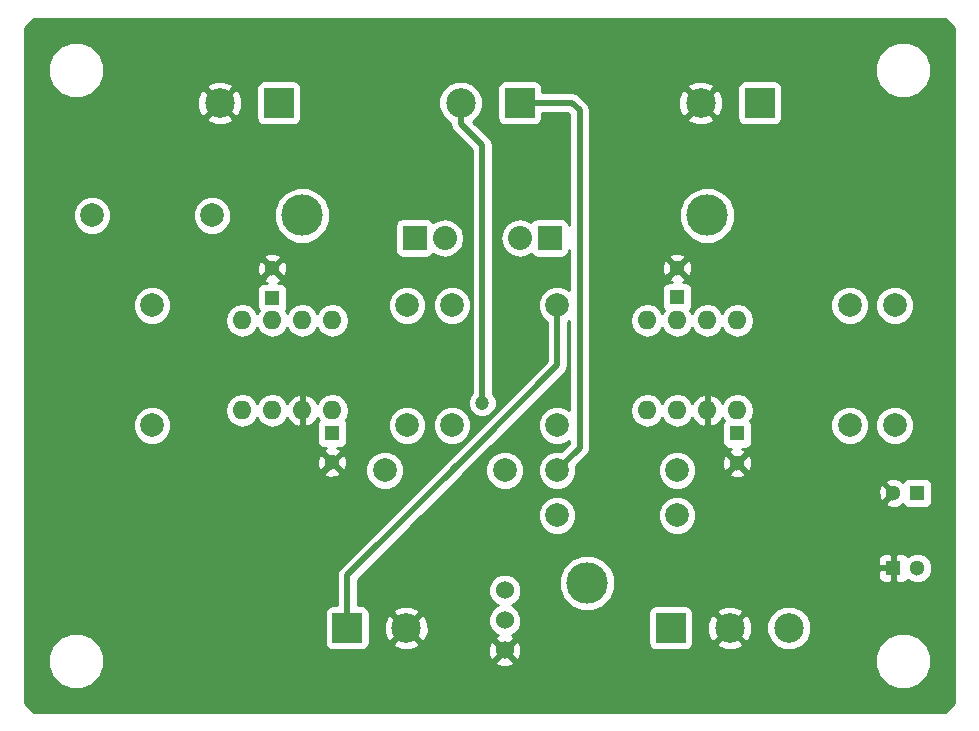
<source format=gbr>
G04 #@! TF.FileFunction,Copper,L1,Top,Signal*
%FSLAX46Y46*%
G04 Gerber Fmt 4.6, Leading zero omitted, Abs format (unit mm)*
G04 Created by KiCad (PCBNEW 4.0.2+dfsg1-stable) date Mon 23 Oct 2017 16:48:42 CEST*
%MOMM*%
G01*
G04 APERTURE LIST*
%ADD10C,0.100000*%
%ADD11R,1.300000X1.300000*%
%ADD12C,1.300000*%
%ADD13R,2.032000X2.032000*%
%ADD14O,2.032000X2.032000*%
%ADD15C,2.500000*%
%ADD16R,2.500000X2.500000*%
%ADD17C,1.998980*%
%ADD18C,1.524000*%
%ADD19O,1.600000X1.600000*%
%ADD20C,3.500120*%
%ADD21C,1.200000*%
%ADD22C,0.500000*%
%ADD23C,0.254000*%
G04 APERTURE END LIST*
D10*
D11*
X188595000Y-112395000D03*
D12*
X186595000Y-112395000D03*
D11*
X186595000Y-118745000D03*
D12*
X188595000Y-118745000D03*
D11*
X168275000Y-95845000D03*
D12*
X168275000Y-93345000D03*
D11*
X173355000Y-107355000D03*
D12*
X173355000Y-109855000D03*
D11*
X133985000Y-95885000D03*
D12*
X133985000Y-93385000D03*
D11*
X139065000Y-107315000D03*
D12*
X139065000Y-109815000D03*
D13*
X157480000Y-90805000D03*
D14*
X154940000Y-90805000D03*
D13*
X146050000Y-90805000D03*
D14*
X148590000Y-90805000D03*
D15*
X177720000Y-123825000D03*
D16*
X167720000Y-123825000D03*
D15*
X172720000Y-123825000D03*
D16*
X175260000Y-79375000D03*
D15*
X170260000Y-79375000D03*
D16*
X154940000Y-79375000D03*
D15*
X149940000Y-79375000D03*
D16*
X140335000Y-123825000D03*
D15*
X145335000Y-123825000D03*
D16*
X134540000Y-79375000D03*
D15*
X129540000Y-79375000D03*
D17*
X182880000Y-106680000D03*
X182880000Y-96520000D03*
X186690000Y-106680000D03*
X186690000Y-96520000D03*
X168275000Y-114300000D03*
X158115000Y-114300000D03*
X168275000Y-110490000D03*
X158115000Y-110490000D03*
X158115000Y-96520000D03*
X158115000Y-106680000D03*
X145415000Y-106680000D03*
X145415000Y-96520000D03*
X149225000Y-106680000D03*
X149225000Y-96520000D03*
X143510000Y-110490000D03*
X153670000Y-110490000D03*
X123825000Y-96520000D03*
X123825000Y-106680000D03*
X128905000Y-88900000D03*
X118745000Y-88900000D03*
D18*
X153670000Y-123190000D03*
X153670000Y-125730000D03*
X153670000Y-120650000D03*
D19*
X165735000Y-105410000D03*
X168275000Y-105410000D03*
X170815000Y-105410000D03*
X173355000Y-105410000D03*
X173355000Y-97790000D03*
X170815000Y-97790000D03*
X168275000Y-97790000D03*
X165735000Y-97790000D03*
X131445000Y-105410000D03*
X133985000Y-105410000D03*
X136525000Y-105410000D03*
X139065000Y-105410000D03*
X139065000Y-97790000D03*
X136525000Y-97790000D03*
X133985000Y-97790000D03*
X131445000Y-97790000D03*
D20*
X160655000Y-120015000D03*
X170815000Y-88900000D03*
X136525000Y-88900000D03*
D21*
X151765000Y-104775000D03*
D22*
X151765000Y-82967766D02*
X151765000Y-104775000D01*
X149940000Y-79375000D02*
X149940000Y-81142766D01*
X149940000Y-81142766D02*
X151765000Y-82967766D01*
X149225000Y-110490000D02*
X151130000Y-108585000D01*
X151130000Y-108585000D02*
X158115000Y-101600000D01*
X140335000Y-123825000D02*
X140335000Y-119380000D01*
X140335000Y-119380000D02*
X151130000Y-108585000D01*
X158115000Y-101600000D02*
X158115000Y-96520000D01*
X160020000Y-80010000D02*
X159385000Y-79375000D01*
X159385000Y-79375000D02*
X154940000Y-79375000D01*
X160020000Y-108585000D02*
X160020000Y-80010000D01*
X158115000Y-110490000D02*
X160020000Y-108585000D01*
D23*
G36*
X191752500Y-73012106D02*
X191752500Y-130187894D01*
X190987894Y-130952500D01*
X113812106Y-130952500D01*
X113047500Y-130187894D01*
X113047500Y-127072325D01*
X115014587Y-127072325D01*
X115376916Y-127949229D01*
X116047242Y-128620726D01*
X116923513Y-128984585D01*
X117872325Y-128985413D01*
X118749229Y-128623084D01*
X119420726Y-127952758D01*
X119784585Y-127076487D01*
X119784904Y-126710213D01*
X152869392Y-126710213D01*
X152938857Y-126952397D01*
X153462302Y-127139144D01*
X154017368Y-127111362D01*
X154111611Y-127072325D01*
X185014587Y-127072325D01*
X185376916Y-127949229D01*
X186047242Y-128620726D01*
X186923513Y-128984585D01*
X187872325Y-128985413D01*
X188749229Y-128623084D01*
X189420726Y-127952758D01*
X189784585Y-127076487D01*
X189785413Y-126127675D01*
X189423084Y-125250771D01*
X188752758Y-124579274D01*
X187876487Y-124215415D01*
X186927675Y-124214587D01*
X186050771Y-124576916D01*
X185379274Y-125247242D01*
X185015415Y-126123513D01*
X185014587Y-127072325D01*
X154111611Y-127072325D01*
X154401143Y-126952397D01*
X154470608Y-126710213D01*
X153670000Y-125909605D01*
X152869392Y-126710213D01*
X119784904Y-126710213D01*
X119785413Y-126127675D01*
X119423084Y-125250771D01*
X118752758Y-124579274D01*
X117876487Y-124215415D01*
X116927675Y-124214587D01*
X116050771Y-124576916D01*
X115379274Y-125247242D01*
X115015415Y-126123513D01*
X115014587Y-127072325D01*
X113047500Y-127072325D01*
X113047500Y-122575000D01*
X138437560Y-122575000D01*
X138437560Y-125075000D01*
X138481838Y-125310317D01*
X138620910Y-125526441D01*
X138833110Y-125671431D01*
X139085000Y-125722440D01*
X141585000Y-125722440D01*
X141820317Y-125678162D01*
X142036441Y-125539090D01*
X142181431Y-125326890D01*
X142215567Y-125158320D01*
X144181285Y-125158320D01*
X144310533Y-125451123D01*
X145010806Y-125719388D01*
X145760435Y-125699250D01*
X146187625Y-125522302D01*
X152260856Y-125522302D01*
X152288638Y-126077368D01*
X152447603Y-126461143D01*
X152689787Y-126530608D01*
X153490395Y-125730000D01*
X153849605Y-125730000D01*
X154650213Y-126530608D01*
X154892397Y-126461143D01*
X155079144Y-125937698D01*
X155051362Y-125382632D01*
X154892397Y-124998857D01*
X154650213Y-124929392D01*
X153849605Y-125730000D01*
X153490395Y-125730000D01*
X152689787Y-124929392D01*
X152447603Y-124998857D01*
X152260856Y-125522302D01*
X146187625Y-125522302D01*
X146359467Y-125451123D01*
X146488715Y-125158320D01*
X145335000Y-124004605D01*
X144181285Y-125158320D01*
X142215567Y-125158320D01*
X142232440Y-125075000D01*
X142232440Y-123500806D01*
X143440612Y-123500806D01*
X143460750Y-124250435D01*
X143708877Y-124849467D01*
X144001680Y-124978715D01*
X145155395Y-123825000D01*
X145514605Y-123825000D01*
X146668320Y-124978715D01*
X146961123Y-124849467D01*
X147229388Y-124149194D01*
X147209250Y-123399565D01*
X146961123Y-122800533D01*
X146668320Y-122671285D01*
X145514605Y-123825000D01*
X145155395Y-123825000D01*
X144001680Y-122671285D01*
X143708877Y-122800533D01*
X143440612Y-123500806D01*
X142232440Y-123500806D01*
X142232440Y-122575000D01*
X142216763Y-122491680D01*
X144181285Y-122491680D01*
X145335000Y-123645395D01*
X146488715Y-122491680D01*
X146359467Y-122198877D01*
X145659194Y-121930612D01*
X144909565Y-121950750D01*
X144310533Y-122198877D01*
X144181285Y-122491680D01*
X142216763Y-122491680D01*
X142188162Y-122339683D01*
X142049090Y-122123559D01*
X141836890Y-121978569D01*
X141585000Y-121927560D01*
X141220000Y-121927560D01*
X141220000Y-120926661D01*
X152272758Y-120926661D01*
X152484990Y-121440303D01*
X152877630Y-121833629D01*
X153085512Y-121919949D01*
X152879697Y-122004990D01*
X152486371Y-122397630D01*
X152273243Y-122910900D01*
X152272758Y-123466661D01*
X152484990Y-123980303D01*
X152877630Y-124373629D01*
X153069727Y-124453395D01*
X152938857Y-124507603D01*
X152869392Y-124749787D01*
X153670000Y-125550395D01*
X154470608Y-124749787D01*
X154401143Y-124507603D01*
X154260682Y-124457491D01*
X154460303Y-124375010D01*
X154853629Y-123982370D01*
X155066757Y-123469100D01*
X155067242Y-122913339D01*
X154927444Y-122575000D01*
X165822560Y-122575000D01*
X165822560Y-125075000D01*
X165866838Y-125310317D01*
X166005910Y-125526441D01*
X166218110Y-125671431D01*
X166470000Y-125722440D01*
X168970000Y-125722440D01*
X169205317Y-125678162D01*
X169421441Y-125539090D01*
X169566431Y-125326890D01*
X169600567Y-125158320D01*
X171566285Y-125158320D01*
X171695533Y-125451123D01*
X172395806Y-125719388D01*
X173145435Y-125699250D01*
X173744467Y-125451123D01*
X173873715Y-125158320D01*
X172720000Y-124004605D01*
X171566285Y-125158320D01*
X169600567Y-125158320D01*
X169617440Y-125075000D01*
X169617440Y-123500806D01*
X170825612Y-123500806D01*
X170845750Y-124250435D01*
X171093877Y-124849467D01*
X171386680Y-124978715D01*
X172540395Y-123825000D01*
X172899605Y-123825000D01*
X174053320Y-124978715D01*
X174346123Y-124849467D01*
X174595574Y-124198305D01*
X175834674Y-124198305D01*
X176121043Y-124891372D01*
X176650839Y-125422093D01*
X177343405Y-125709672D01*
X178093305Y-125710326D01*
X178786372Y-125423957D01*
X179317093Y-124894161D01*
X179604672Y-124201595D01*
X179605326Y-123451695D01*
X179318957Y-122758628D01*
X178789161Y-122227907D01*
X178096595Y-121940328D01*
X177346695Y-121939674D01*
X176653628Y-122226043D01*
X176122907Y-122755839D01*
X175835328Y-123448405D01*
X175834674Y-124198305D01*
X174595574Y-124198305D01*
X174614388Y-124149194D01*
X174594250Y-123399565D01*
X174346123Y-122800533D01*
X174053320Y-122671285D01*
X172899605Y-123825000D01*
X172540395Y-123825000D01*
X171386680Y-122671285D01*
X171093877Y-122800533D01*
X170825612Y-123500806D01*
X169617440Y-123500806D01*
X169617440Y-122575000D01*
X169601763Y-122491680D01*
X171566285Y-122491680D01*
X172720000Y-123645395D01*
X173873715Y-122491680D01*
X173744467Y-122198877D01*
X173044194Y-121930612D01*
X172294565Y-121950750D01*
X171695533Y-122198877D01*
X171566285Y-122491680D01*
X169601763Y-122491680D01*
X169573162Y-122339683D01*
X169434090Y-122123559D01*
X169221890Y-121978569D01*
X168970000Y-121927560D01*
X166470000Y-121927560D01*
X166234683Y-121971838D01*
X166018559Y-122110910D01*
X165873569Y-122323110D01*
X165822560Y-122575000D01*
X154927444Y-122575000D01*
X154855010Y-122399697D01*
X154462370Y-122006371D01*
X154254488Y-121920051D01*
X154460303Y-121835010D01*
X154853629Y-121442370D01*
X155066757Y-120929100D01*
X155067142Y-120487336D01*
X158269527Y-120487336D01*
X158631866Y-121364263D01*
X159302208Y-122035776D01*
X160178501Y-122399645D01*
X161127336Y-122400473D01*
X162004263Y-122038134D01*
X162675776Y-121367792D01*
X163039645Y-120491499D01*
X163040473Y-119542664D01*
X162828955Y-119030750D01*
X185310000Y-119030750D01*
X185310000Y-119521310D01*
X185406673Y-119754699D01*
X185585302Y-119933327D01*
X185818691Y-120030000D01*
X186309250Y-120030000D01*
X186468000Y-119871250D01*
X186468000Y-118872000D01*
X185468750Y-118872000D01*
X185310000Y-119030750D01*
X162828955Y-119030750D01*
X162678134Y-118665737D01*
X162007792Y-117994224D01*
X161946300Y-117968690D01*
X185310000Y-117968690D01*
X185310000Y-118459250D01*
X185468750Y-118618000D01*
X186468000Y-118618000D01*
X186468000Y-117618750D01*
X186722000Y-117618750D01*
X186722000Y-118618000D01*
X186742000Y-118618000D01*
X186742000Y-118872000D01*
X186722000Y-118872000D01*
X186722000Y-119871250D01*
X186880750Y-120030000D01*
X187371309Y-120030000D01*
X187604698Y-119933327D01*
X187783327Y-119754699D01*
X187784480Y-119751917D01*
X187866155Y-119833735D01*
X188338276Y-120029777D01*
X188849481Y-120030223D01*
X189321943Y-119835005D01*
X189683735Y-119473845D01*
X189879777Y-119001724D01*
X189880223Y-118490519D01*
X189685005Y-118018057D01*
X189323845Y-117656265D01*
X188851724Y-117460223D01*
X188340519Y-117459777D01*
X187868057Y-117654995D01*
X187784580Y-117738326D01*
X187783327Y-117735301D01*
X187604698Y-117556673D01*
X187371309Y-117460000D01*
X186880750Y-117460000D01*
X186722000Y-117618750D01*
X186468000Y-117618750D01*
X186309250Y-117460000D01*
X185818691Y-117460000D01*
X185585302Y-117556673D01*
X185406673Y-117735301D01*
X185310000Y-117968690D01*
X161946300Y-117968690D01*
X161131499Y-117630355D01*
X160182664Y-117629527D01*
X159305737Y-117991866D01*
X158634224Y-118662208D01*
X158270355Y-119538501D01*
X158269527Y-120487336D01*
X155067142Y-120487336D01*
X155067242Y-120373339D01*
X154855010Y-119859697D01*
X154462370Y-119466371D01*
X153949100Y-119253243D01*
X153393339Y-119252758D01*
X152879697Y-119464990D01*
X152486371Y-119857630D01*
X152273243Y-120370900D01*
X152272758Y-120926661D01*
X141220000Y-120926661D01*
X141220000Y-119746580D01*
X146342886Y-114623694D01*
X156480226Y-114623694D01*
X156728538Y-115224655D01*
X157187927Y-115684846D01*
X157788453Y-115934206D01*
X158438694Y-115934774D01*
X159039655Y-115686462D01*
X159499846Y-115227073D01*
X159749206Y-114626547D01*
X159749208Y-114623694D01*
X166640226Y-114623694D01*
X166888538Y-115224655D01*
X167347927Y-115684846D01*
X167948453Y-115934206D01*
X168598694Y-115934774D01*
X169199655Y-115686462D01*
X169659846Y-115227073D01*
X169909206Y-114626547D01*
X169909774Y-113976306D01*
X169661462Y-113375345D01*
X169202073Y-112915154D01*
X168601547Y-112665794D01*
X167951306Y-112665226D01*
X167350345Y-112913538D01*
X166890154Y-113372927D01*
X166640794Y-113973453D01*
X166640226Y-114623694D01*
X159749208Y-114623694D01*
X159749774Y-113976306D01*
X159501462Y-113375345D01*
X159042073Y-112915154D01*
X158441547Y-112665794D01*
X157791306Y-112665226D01*
X157190345Y-112913538D01*
X156730154Y-113372927D01*
X156480794Y-113973453D01*
X156480226Y-114623694D01*
X146342886Y-114623694D01*
X148752502Y-112214078D01*
X185297378Y-112214078D01*
X185326917Y-112724428D01*
X185465389Y-113058729D01*
X185695984Y-113114410D01*
X186415395Y-112395000D01*
X185695984Y-111675590D01*
X185465389Y-111731271D01*
X185297378Y-112214078D01*
X148752502Y-112214078D01*
X149850790Y-111115790D01*
X150152885Y-110813694D01*
X152035226Y-110813694D01*
X152283538Y-111414655D01*
X152742927Y-111874846D01*
X153343453Y-112124206D01*
X153993694Y-112124774D01*
X154594655Y-111876462D01*
X155054846Y-111417073D01*
X155304206Y-110816547D01*
X155304774Y-110166306D01*
X155056462Y-109565345D01*
X154597073Y-109105154D01*
X153996547Y-108855794D01*
X153346306Y-108855226D01*
X152745345Y-109103538D01*
X152285154Y-109562927D01*
X152035794Y-110163453D01*
X152035226Y-110813694D01*
X150152885Y-110813694D01*
X151755787Y-109210792D01*
X151755790Y-109210790D01*
X158740787Y-102225792D01*
X158740790Y-102225790D01*
X158932633Y-101938675D01*
X158943810Y-101882484D01*
X159000001Y-101600000D01*
X159000000Y-101599995D01*
X159000000Y-97922847D01*
X159039655Y-97906462D01*
X159135000Y-97811283D01*
X159135000Y-105388243D01*
X159042073Y-105295154D01*
X158441547Y-105045794D01*
X157791306Y-105045226D01*
X157190345Y-105293538D01*
X156730154Y-105752927D01*
X156480794Y-106353453D01*
X156480226Y-107003694D01*
X156728538Y-107604655D01*
X157187927Y-108064846D01*
X157788453Y-108314206D01*
X158438694Y-108314774D01*
X159039655Y-108066462D01*
X159135000Y-107971283D01*
X159135000Y-108218421D01*
X158481173Y-108872248D01*
X158441547Y-108855794D01*
X157791306Y-108855226D01*
X157190345Y-109103538D01*
X156730154Y-109562927D01*
X156480794Y-110163453D01*
X156480226Y-110813694D01*
X156728538Y-111414655D01*
X157187927Y-111874846D01*
X157788453Y-112124206D01*
X158438694Y-112124774D01*
X159039655Y-111876462D01*
X159499846Y-111417073D01*
X159749206Y-110816547D01*
X159749208Y-110813694D01*
X166640226Y-110813694D01*
X166888538Y-111414655D01*
X167347927Y-111874846D01*
X167948453Y-112124206D01*
X168598694Y-112124774D01*
X169199655Y-111876462D01*
X169580797Y-111495984D01*
X185875590Y-111495984D01*
X186595000Y-112215395D01*
X186609142Y-112201252D01*
X186788748Y-112380858D01*
X186774605Y-112395000D01*
X186788748Y-112409142D01*
X186609142Y-112588748D01*
X186595000Y-112574605D01*
X185875590Y-113294016D01*
X185931271Y-113524611D01*
X186414078Y-113692622D01*
X186924428Y-113663083D01*
X187258729Y-113524611D01*
X187314410Y-113294018D01*
X187416072Y-113395680D01*
X187480910Y-113496441D01*
X187693110Y-113641431D01*
X187945000Y-113692440D01*
X189245000Y-113692440D01*
X189480317Y-113648162D01*
X189696441Y-113509090D01*
X189841431Y-113296890D01*
X189892440Y-113045000D01*
X189892440Y-111745000D01*
X189848162Y-111509683D01*
X189709090Y-111293559D01*
X189496890Y-111148569D01*
X189245000Y-111097560D01*
X187945000Y-111097560D01*
X187709683Y-111141838D01*
X187493559Y-111280910D01*
X187416063Y-111394329D01*
X187314410Y-111495982D01*
X187258729Y-111265389D01*
X186775922Y-111097378D01*
X186265572Y-111126917D01*
X185931271Y-111265389D01*
X185875590Y-111495984D01*
X169580797Y-111495984D01*
X169659846Y-111417073D01*
X169909206Y-110816547D01*
X169909260Y-110754016D01*
X172635590Y-110754016D01*
X172691271Y-110984611D01*
X173174078Y-111152622D01*
X173684428Y-111123083D01*
X174018729Y-110984611D01*
X174074410Y-110754016D01*
X173355000Y-110034605D01*
X172635590Y-110754016D01*
X169909260Y-110754016D01*
X169909774Y-110166306D01*
X169706390Y-109674078D01*
X172057378Y-109674078D01*
X172086917Y-110184428D01*
X172225389Y-110518729D01*
X172455984Y-110574410D01*
X173175395Y-109855000D01*
X173534605Y-109855000D01*
X174254016Y-110574410D01*
X174484611Y-110518729D01*
X174652622Y-110035922D01*
X174623083Y-109525572D01*
X174484611Y-109191271D01*
X174254016Y-109135590D01*
X173534605Y-109855000D01*
X173175395Y-109855000D01*
X172455984Y-109135590D01*
X172225389Y-109191271D01*
X172057378Y-109674078D01*
X169706390Y-109674078D01*
X169661462Y-109565345D01*
X169202073Y-109105154D01*
X168601547Y-108855794D01*
X167951306Y-108855226D01*
X167350345Y-109103538D01*
X166890154Y-109562927D01*
X166640794Y-110163453D01*
X166640226Y-110813694D01*
X159749208Y-110813694D01*
X159749774Y-110166306D01*
X159732377Y-110124202D01*
X160645787Y-109210792D01*
X160645790Y-109210790D01*
X160837633Y-108923675D01*
X160877075Y-108725389D01*
X160905001Y-108585000D01*
X160905000Y-108584995D01*
X160905000Y-105381887D01*
X164300000Y-105381887D01*
X164300000Y-105438113D01*
X164409233Y-105987264D01*
X164720302Y-106452811D01*
X165185849Y-106763880D01*
X165735000Y-106873113D01*
X166284151Y-106763880D01*
X166749698Y-106452811D01*
X167005000Y-106070725D01*
X167260302Y-106452811D01*
X167725849Y-106763880D01*
X168275000Y-106873113D01*
X168824151Y-106763880D01*
X169289698Y-106452811D01*
X169559986Y-106048297D01*
X169662611Y-106265134D01*
X170077577Y-106641041D01*
X170465961Y-106801904D01*
X170688000Y-106679915D01*
X170688000Y-105537000D01*
X170668000Y-105537000D01*
X170668000Y-105283000D01*
X170688000Y-105283000D01*
X170688000Y-104140085D01*
X170942000Y-104140085D01*
X170942000Y-105283000D01*
X170962000Y-105283000D01*
X170962000Y-105537000D01*
X170942000Y-105537000D01*
X170942000Y-106679915D01*
X171164039Y-106801904D01*
X171552423Y-106641041D01*
X171967389Y-106265134D01*
X172070014Y-106048297D01*
X172225830Y-106281492D01*
X172108569Y-106453110D01*
X172057560Y-106705000D01*
X172057560Y-108005000D01*
X172101838Y-108240317D01*
X172240910Y-108456441D01*
X172453110Y-108601431D01*
X172705000Y-108652440D01*
X172867385Y-108652440D01*
X172691271Y-108725389D01*
X172635590Y-108955984D01*
X173355000Y-109675395D01*
X174074410Y-108955984D01*
X174018729Y-108725389D01*
X173809098Y-108652440D01*
X174005000Y-108652440D01*
X174240317Y-108608162D01*
X174456441Y-108469090D01*
X174601431Y-108256890D01*
X174652440Y-108005000D01*
X174652440Y-107003694D01*
X181245226Y-107003694D01*
X181493538Y-107604655D01*
X181952927Y-108064846D01*
X182553453Y-108314206D01*
X183203694Y-108314774D01*
X183804655Y-108066462D01*
X184264846Y-107607073D01*
X184514206Y-107006547D01*
X184514208Y-107003694D01*
X185055226Y-107003694D01*
X185303538Y-107604655D01*
X185762927Y-108064846D01*
X186363453Y-108314206D01*
X187013694Y-108314774D01*
X187614655Y-108066462D01*
X188074846Y-107607073D01*
X188324206Y-107006547D01*
X188324774Y-106356306D01*
X188076462Y-105755345D01*
X187617073Y-105295154D01*
X187016547Y-105045794D01*
X186366306Y-105045226D01*
X185765345Y-105293538D01*
X185305154Y-105752927D01*
X185055794Y-106353453D01*
X185055226Y-107003694D01*
X184514208Y-107003694D01*
X184514774Y-106356306D01*
X184266462Y-105755345D01*
X183807073Y-105295154D01*
X183206547Y-105045794D01*
X182556306Y-105045226D01*
X181955345Y-105293538D01*
X181495154Y-105752927D01*
X181245794Y-106353453D01*
X181245226Y-107003694D01*
X174652440Y-107003694D01*
X174652440Y-106705000D01*
X174608162Y-106469683D01*
X174485644Y-106279285D01*
X174680767Y-105987264D01*
X174790000Y-105438113D01*
X174790000Y-105381887D01*
X174680767Y-104832736D01*
X174369698Y-104367189D01*
X173904151Y-104056120D01*
X173355000Y-103946887D01*
X172805849Y-104056120D01*
X172340302Y-104367189D01*
X172070014Y-104771703D01*
X171967389Y-104554866D01*
X171552423Y-104178959D01*
X171164039Y-104018096D01*
X170942000Y-104140085D01*
X170688000Y-104140085D01*
X170465961Y-104018096D01*
X170077577Y-104178959D01*
X169662611Y-104554866D01*
X169559986Y-104771703D01*
X169289698Y-104367189D01*
X168824151Y-104056120D01*
X168275000Y-103946887D01*
X167725849Y-104056120D01*
X167260302Y-104367189D01*
X167005000Y-104749275D01*
X166749698Y-104367189D01*
X166284151Y-104056120D01*
X165735000Y-103946887D01*
X165185849Y-104056120D01*
X164720302Y-104367189D01*
X164409233Y-104832736D01*
X164300000Y-105381887D01*
X160905000Y-105381887D01*
X160905000Y-97761887D01*
X164300000Y-97761887D01*
X164300000Y-97818113D01*
X164409233Y-98367264D01*
X164720302Y-98832811D01*
X165185849Y-99143880D01*
X165735000Y-99253113D01*
X166284151Y-99143880D01*
X166749698Y-98832811D01*
X167005000Y-98450725D01*
X167260302Y-98832811D01*
X167725849Y-99143880D01*
X168275000Y-99253113D01*
X168824151Y-99143880D01*
X169289698Y-98832811D01*
X169545000Y-98450725D01*
X169800302Y-98832811D01*
X170265849Y-99143880D01*
X170815000Y-99253113D01*
X171364151Y-99143880D01*
X171829698Y-98832811D01*
X172085000Y-98450725D01*
X172340302Y-98832811D01*
X172805849Y-99143880D01*
X173355000Y-99253113D01*
X173904151Y-99143880D01*
X174369698Y-98832811D01*
X174680767Y-98367264D01*
X174790000Y-97818113D01*
X174790000Y-97761887D01*
X174680767Y-97212736D01*
X174434181Y-96843694D01*
X181245226Y-96843694D01*
X181493538Y-97444655D01*
X181952927Y-97904846D01*
X182553453Y-98154206D01*
X183203694Y-98154774D01*
X183804655Y-97906462D01*
X184264846Y-97447073D01*
X184514206Y-96846547D01*
X184514208Y-96843694D01*
X185055226Y-96843694D01*
X185303538Y-97444655D01*
X185762927Y-97904846D01*
X186363453Y-98154206D01*
X187013694Y-98154774D01*
X187614655Y-97906462D01*
X188074846Y-97447073D01*
X188324206Y-96846547D01*
X188324774Y-96196306D01*
X188076462Y-95595345D01*
X187617073Y-95135154D01*
X187016547Y-94885794D01*
X186366306Y-94885226D01*
X185765345Y-95133538D01*
X185305154Y-95592927D01*
X185055794Y-96193453D01*
X185055226Y-96843694D01*
X184514208Y-96843694D01*
X184514774Y-96196306D01*
X184266462Y-95595345D01*
X183807073Y-95135154D01*
X183206547Y-94885794D01*
X182556306Y-94885226D01*
X181955345Y-95133538D01*
X181495154Y-95592927D01*
X181245794Y-96193453D01*
X181245226Y-96843694D01*
X174434181Y-96843694D01*
X174369698Y-96747189D01*
X173904151Y-96436120D01*
X173355000Y-96326887D01*
X172805849Y-96436120D01*
X172340302Y-96747189D01*
X172085000Y-97129275D01*
X171829698Y-96747189D01*
X171364151Y-96436120D01*
X170815000Y-96326887D01*
X170265849Y-96436120D01*
X169800302Y-96747189D01*
X169545000Y-97129275D01*
X169404170Y-96918508D01*
X169521431Y-96746890D01*
X169572440Y-96495000D01*
X169572440Y-95195000D01*
X169528162Y-94959683D01*
X169389090Y-94743559D01*
X169176890Y-94598569D01*
X168925000Y-94547560D01*
X168762615Y-94547560D01*
X168938729Y-94474611D01*
X168994410Y-94244016D01*
X168275000Y-93524605D01*
X167555590Y-94244016D01*
X167611271Y-94474611D01*
X167820902Y-94547560D01*
X167625000Y-94547560D01*
X167389683Y-94591838D01*
X167173559Y-94730910D01*
X167028569Y-94943110D01*
X166977560Y-95195000D01*
X166977560Y-96495000D01*
X167021838Y-96730317D01*
X167144356Y-96920715D01*
X167005000Y-97129275D01*
X166749698Y-96747189D01*
X166284151Y-96436120D01*
X165735000Y-96326887D01*
X165185849Y-96436120D01*
X164720302Y-96747189D01*
X164409233Y-97212736D01*
X164300000Y-97761887D01*
X160905000Y-97761887D01*
X160905000Y-93164078D01*
X166977378Y-93164078D01*
X167006917Y-93674428D01*
X167145389Y-94008729D01*
X167375984Y-94064410D01*
X168095395Y-93345000D01*
X168454605Y-93345000D01*
X169174016Y-94064410D01*
X169404611Y-94008729D01*
X169572622Y-93525922D01*
X169543083Y-93015572D01*
X169404611Y-92681271D01*
X169174016Y-92625590D01*
X168454605Y-93345000D01*
X168095395Y-93345000D01*
X167375984Y-92625590D01*
X167145389Y-92681271D01*
X166977378Y-93164078D01*
X160905000Y-93164078D01*
X160905000Y-92445984D01*
X167555590Y-92445984D01*
X168275000Y-93165395D01*
X168994410Y-92445984D01*
X168938729Y-92215389D01*
X168455922Y-92047378D01*
X167945572Y-92076917D01*
X167611271Y-92215389D01*
X167555590Y-92445984D01*
X160905000Y-92445984D01*
X160905000Y-89372336D01*
X168429527Y-89372336D01*
X168791866Y-90249263D01*
X169462208Y-90920776D01*
X170338501Y-91284645D01*
X171287336Y-91285473D01*
X172164263Y-90923134D01*
X172835776Y-90252792D01*
X173199645Y-89376499D01*
X173200473Y-88427664D01*
X172838134Y-87550737D01*
X172167792Y-86879224D01*
X171291499Y-86515355D01*
X170342664Y-86514527D01*
X169465737Y-86876866D01*
X168794224Y-87547208D01*
X168430355Y-88423501D01*
X168429527Y-89372336D01*
X160905000Y-89372336D01*
X160905000Y-80708320D01*
X169106285Y-80708320D01*
X169235533Y-81001123D01*
X169935806Y-81269388D01*
X170685435Y-81249250D01*
X171284467Y-81001123D01*
X171413715Y-80708320D01*
X170260000Y-79554605D01*
X169106285Y-80708320D01*
X160905000Y-80708320D01*
X160905000Y-80010005D01*
X160905001Y-80010000D01*
X160837634Y-79671326D01*
X160759644Y-79554605D01*
X160645790Y-79384210D01*
X160645787Y-79384208D01*
X160312386Y-79050806D01*
X168365612Y-79050806D01*
X168385750Y-79800435D01*
X168633877Y-80399467D01*
X168926680Y-80528715D01*
X170080395Y-79375000D01*
X170439605Y-79375000D01*
X171593320Y-80528715D01*
X171886123Y-80399467D01*
X172154388Y-79699194D01*
X172134250Y-78949565D01*
X171886123Y-78350533D01*
X171593320Y-78221285D01*
X170439605Y-79375000D01*
X170080395Y-79375000D01*
X168926680Y-78221285D01*
X168633877Y-78350533D01*
X168365612Y-79050806D01*
X160312386Y-79050806D01*
X160010790Y-78749210D01*
X159723675Y-78557367D01*
X159667484Y-78546190D01*
X159385000Y-78489999D01*
X159384995Y-78490000D01*
X156837440Y-78490000D01*
X156837440Y-78125000D01*
X156821763Y-78041680D01*
X169106285Y-78041680D01*
X170260000Y-79195395D01*
X171330395Y-78125000D01*
X173362560Y-78125000D01*
X173362560Y-80625000D01*
X173406838Y-80860317D01*
X173545910Y-81076441D01*
X173758110Y-81221431D01*
X174010000Y-81272440D01*
X176510000Y-81272440D01*
X176745317Y-81228162D01*
X176961441Y-81089090D01*
X177106431Y-80876890D01*
X177157440Y-80625000D01*
X177157440Y-78125000D01*
X177113162Y-77889683D01*
X176974090Y-77673559D01*
X176761890Y-77528569D01*
X176510000Y-77477560D01*
X174010000Y-77477560D01*
X173774683Y-77521838D01*
X173558559Y-77660910D01*
X173413569Y-77873110D01*
X173362560Y-78125000D01*
X171330395Y-78125000D01*
X171413715Y-78041680D01*
X171284467Y-77748877D01*
X170584194Y-77480612D01*
X169834565Y-77500750D01*
X169235533Y-77748877D01*
X169106285Y-78041680D01*
X156821763Y-78041680D01*
X156793162Y-77889683D01*
X156654090Y-77673559D01*
X156441890Y-77528569D01*
X156190000Y-77477560D01*
X153690000Y-77477560D01*
X153454683Y-77521838D01*
X153238559Y-77660910D01*
X153093569Y-77873110D01*
X153042560Y-78125000D01*
X153042560Y-80625000D01*
X153086838Y-80860317D01*
X153225910Y-81076441D01*
X153438110Y-81221431D01*
X153690000Y-81272440D01*
X156190000Y-81272440D01*
X156425317Y-81228162D01*
X156641441Y-81089090D01*
X156786431Y-80876890D01*
X156837440Y-80625000D01*
X156837440Y-80260000D01*
X159018420Y-80260000D01*
X159135000Y-80376579D01*
X159135000Y-89744145D01*
X159099162Y-89553683D01*
X158960090Y-89337559D01*
X158747890Y-89192569D01*
X158496000Y-89141560D01*
X156464000Y-89141560D01*
X156228683Y-89185838D01*
X156012559Y-89324910D01*
X155910802Y-89473837D01*
X155571810Y-89247330D01*
X154940000Y-89121655D01*
X154308190Y-89247330D01*
X153772567Y-89605222D01*
X153414675Y-90140845D01*
X153289000Y-90772655D01*
X153289000Y-90837345D01*
X153414675Y-91469155D01*
X153772567Y-92004778D01*
X154308190Y-92362670D01*
X154940000Y-92488345D01*
X155571810Y-92362670D01*
X155911792Y-92135501D01*
X155999910Y-92272441D01*
X156212110Y-92417431D01*
X156464000Y-92468440D01*
X158496000Y-92468440D01*
X158731317Y-92424162D01*
X158947441Y-92285090D01*
X159092431Y-92072890D01*
X159135000Y-91862678D01*
X159135000Y-95228243D01*
X159042073Y-95135154D01*
X158441547Y-94885794D01*
X157791306Y-94885226D01*
X157190345Y-95133538D01*
X156730154Y-95592927D01*
X156480794Y-96193453D01*
X156480226Y-96843694D01*
X156728538Y-97444655D01*
X157187927Y-97904846D01*
X157230000Y-97922316D01*
X157230000Y-101233421D01*
X150504210Y-107959210D01*
X150504208Y-107959213D01*
X148599210Y-109864210D01*
X139709210Y-118754210D01*
X139517367Y-119041325D01*
X139517367Y-119041326D01*
X139449999Y-119380000D01*
X139450000Y-119380005D01*
X139450000Y-121927560D01*
X139085000Y-121927560D01*
X138849683Y-121971838D01*
X138633559Y-122110910D01*
X138488569Y-122323110D01*
X138437560Y-122575000D01*
X113047500Y-122575000D01*
X113047500Y-110714016D01*
X138345590Y-110714016D01*
X138401271Y-110944611D01*
X138884078Y-111112622D01*
X139394428Y-111083083D01*
X139728729Y-110944611D01*
X139760341Y-110813694D01*
X141875226Y-110813694D01*
X142123538Y-111414655D01*
X142582927Y-111874846D01*
X143183453Y-112124206D01*
X143833694Y-112124774D01*
X144434655Y-111876462D01*
X144894846Y-111417073D01*
X145144206Y-110816547D01*
X145144774Y-110166306D01*
X144896462Y-109565345D01*
X144437073Y-109105154D01*
X143836547Y-108855794D01*
X143186306Y-108855226D01*
X142585345Y-109103538D01*
X142125154Y-109562927D01*
X141875794Y-110163453D01*
X141875226Y-110813694D01*
X139760341Y-110813694D01*
X139784410Y-110714016D01*
X139065000Y-109994605D01*
X138345590Y-110714016D01*
X113047500Y-110714016D01*
X113047500Y-109634078D01*
X137767378Y-109634078D01*
X137796917Y-110144428D01*
X137935389Y-110478729D01*
X138165984Y-110534410D01*
X138885395Y-109815000D01*
X139244605Y-109815000D01*
X139964016Y-110534410D01*
X140194611Y-110478729D01*
X140362622Y-109995922D01*
X140333083Y-109485572D01*
X140194611Y-109151271D01*
X139964016Y-109095590D01*
X139244605Y-109815000D01*
X138885395Y-109815000D01*
X138165984Y-109095590D01*
X137935389Y-109151271D01*
X137767378Y-109634078D01*
X113047500Y-109634078D01*
X113047500Y-107003694D01*
X122190226Y-107003694D01*
X122438538Y-107604655D01*
X122897927Y-108064846D01*
X123498453Y-108314206D01*
X124148694Y-108314774D01*
X124749655Y-108066462D01*
X125209846Y-107607073D01*
X125459206Y-107006547D01*
X125459774Y-106356306D01*
X125211462Y-105755345D01*
X124838655Y-105381887D01*
X130010000Y-105381887D01*
X130010000Y-105438113D01*
X130119233Y-105987264D01*
X130430302Y-106452811D01*
X130895849Y-106763880D01*
X131445000Y-106873113D01*
X131994151Y-106763880D01*
X132459698Y-106452811D01*
X132715000Y-106070725D01*
X132970302Y-106452811D01*
X133435849Y-106763880D01*
X133985000Y-106873113D01*
X134534151Y-106763880D01*
X134999698Y-106452811D01*
X135269986Y-106048297D01*
X135372611Y-106265134D01*
X135787577Y-106641041D01*
X136175961Y-106801904D01*
X136398000Y-106679915D01*
X136398000Y-105537000D01*
X136378000Y-105537000D01*
X136378000Y-105283000D01*
X136398000Y-105283000D01*
X136398000Y-104140085D01*
X136652000Y-104140085D01*
X136652000Y-105283000D01*
X136672000Y-105283000D01*
X136672000Y-105537000D01*
X136652000Y-105537000D01*
X136652000Y-106679915D01*
X136874039Y-106801904D01*
X137262423Y-106641041D01*
X137677389Y-106265134D01*
X137780014Y-106048297D01*
X137922318Y-106261269D01*
X137818569Y-106413110D01*
X137767560Y-106665000D01*
X137767560Y-107965000D01*
X137811838Y-108200317D01*
X137950910Y-108416441D01*
X138163110Y-108561431D01*
X138415000Y-108612440D01*
X138577385Y-108612440D01*
X138401271Y-108685389D01*
X138345590Y-108915984D01*
X139065000Y-109635395D01*
X139784410Y-108915984D01*
X139728729Y-108685389D01*
X139519098Y-108612440D01*
X139715000Y-108612440D01*
X139950317Y-108568162D01*
X140166441Y-108429090D01*
X140311431Y-108216890D01*
X140362440Y-107965000D01*
X140362440Y-107003694D01*
X143780226Y-107003694D01*
X144028538Y-107604655D01*
X144487927Y-108064846D01*
X145088453Y-108314206D01*
X145738694Y-108314774D01*
X146339655Y-108066462D01*
X146799846Y-107607073D01*
X147049206Y-107006547D01*
X147049208Y-107003694D01*
X147590226Y-107003694D01*
X147838538Y-107604655D01*
X148297927Y-108064846D01*
X148898453Y-108314206D01*
X149548694Y-108314774D01*
X150149655Y-108066462D01*
X150609846Y-107607073D01*
X150859206Y-107006547D01*
X150859774Y-106356306D01*
X150611462Y-105755345D01*
X150152073Y-105295154D01*
X149551547Y-105045794D01*
X148901306Y-105045226D01*
X148300345Y-105293538D01*
X147840154Y-105752927D01*
X147590794Y-106353453D01*
X147590226Y-107003694D01*
X147049208Y-107003694D01*
X147049774Y-106356306D01*
X146801462Y-105755345D01*
X146342073Y-105295154D01*
X145741547Y-105045794D01*
X145091306Y-105045226D01*
X144490345Y-105293538D01*
X144030154Y-105752927D01*
X143780794Y-106353453D01*
X143780226Y-107003694D01*
X140362440Y-107003694D01*
X140362440Y-106665000D01*
X140318162Y-106429683D01*
X140208756Y-106259662D01*
X140390767Y-105987264D01*
X140500000Y-105438113D01*
X140500000Y-105381887D01*
X140390767Y-104832736D01*
X140079698Y-104367189D01*
X139614151Y-104056120D01*
X139065000Y-103946887D01*
X138515849Y-104056120D01*
X138050302Y-104367189D01*
X137780014Y-104771703D01*
X137677389Y-104554866D01*
X137262423Y-104178959D01*
X136874039Y-104018096D01*
X136652000Y-104140085D01*
X136398000Y-104140085D01*
X136175961Y-104018096D01*
X135787577Y-104178959D01*
X135372611Y-104554866D01*
X135269986Y-104771703D01*
X134999698Y-104367189D01*
X134534151Y-104056120D01*
X133985000Y-103946887D01*
X133435849Y-104056120D01*
X132970302Y-104367189D01*
X132715000Y-104749275D01*
X132459698Y-104367189D01*
X131994151Y-104056120D01*
X131445000Y-103946887D01*
X130895849Y-104056120D01*
X130430302Y-104367189D01*
X130119233Y-104832736D01*
X130010000Y-105381887D01*
X124838655Y-105381887D01*
X124752073Y-105295154D01*
X124151547Y-105045794D01*
X123501306Y-105045226D01*
X122900345Y-105293538D01*
X122440154Y-105752927D01*
X122190794Y-106353453D01*
X122190226Y-107003694D01*
X113047500Y-107003694D01*
X113047500Y-96843694D01*
X122190226Y-96843694D01*
X122438538Y-97444655D01*
X122897927Y-97904846D01*
X123498453Y-98154206D01*
X124148694Y-98154774D01*
X124749655Y-97906462D01*
X124894482Y-97761887D01*
X130010000Y-97761887D01*
X130010000Y-97818113D01*
X130119233Y-98367264D01*
X130430302Y-98832811D01*
X130895849Y-99143880D01*
X131445000Y-99253113D01*
X131994151Y-99143880D01*
X132459698Y-98832811D01*
X132715000Y-98450725D01*
X132970302Y-98832811D01*
X133435849Y-99143880D01*
X133985000Y-99253113D01*
X134534151Y-99143880D01*
X134999698Y-98832811D01*
X135255000Y-98450725D01*
X135510302Y-98832811D01*
X135975849Y-99143880D01*
X136525000Y-99253113D01*
X137074151Y-99143880D01*
X137539698Y-98832811D01*
X137795000Y-98450725D01*
X138050302Y-98832811D01*
X138515849Y-99143880D01*
X139065000Y-99253113D01*
X139614151Y-99143880D01*
X140079698Y-98832811D01*
X140390767Y-98367264D01*
X140500000Y-97818113D01*
X140500000Y-97761887D01*
X140390767Y-97212736D01*
X140144181Y-96843694D01*
X143780226Y-96843694D01*
X144028538Y-97444655D01*
X144487927Y-97904846D01*
X145088453Y-98154206D01*
X145738694Y-98154774D01*
X146339655Y-97906462D01*
X146799846Y-97447073D01*
X147049206Y-96846547D01*
X147049208Y-96843694D01*
X147590226Y-96843694D01*
X147838538Y-97444655D01*
X148297927Y-97904846D01*
X148898453Y-98154206D01*
X149548694Y-98154774D01*
X150149655Y-97906462D01*
X150609846Y-97447073D01*
X150859206Y-96846547D01*
X150859774Y-96196306D01*
X150611462Y-95595345D01*
X150152073Y-95135154D01*
X149551547Y-94885794D01*
X148901306Y-94885226D01*
X148300345Y-95133538D01*
X147840154Y-95592927D01*
X147590794Y-96193453D01*
X147590226Y-96843694D01*
X147049208Y-96843694D01*
X147049774Y-96196306D01*
X146801462Y-95595345D01*
X146342073Y-95135154D01*
X145741547Y-94885794D01*
X145091306Y-94885226D01*
X144490345Y-95133538D01*
X144030154Y-95592927D01*
X143780794Y-96193453D01*
X143780226Y-96843694D01*
X140144181Y-96843694D01*
X140079698Y-96747189D01*
X139614151Y-96436120D01*
X139065000Y-96326887D01*
X138515849Y-96436120D01*
X138050302Y-96747189D01*
X137795000Y-97129275D01*
X137539698Y-96747189D01*
X137074151Y-96436120D01*
X136525000Y-96326887D01*
X135975849Y-96436120D01*
X135510302Y-96747189D01*
X135255000Y-97129275D01*
X135127682Y-96938731D01*
X135231431Y-96786890D01*
X135282440Y-96535000D01*
X135282440Y-95235000D01*
X135238162Y-94999683D01*
X135099090Y-94783559D01*
X134886890Y-94638569D01*
X134635000Y-94587560D01*
X134472615Y-94587560D01*
X134648729Y-94514611D01*
X134704410Y-94284016D01*
X133985000Y-93564605D01*
X133265590Y-94284016D01*
X133321271Y-94514611D01*
X133530902Y-94587560D01*
X133335000Y-94587560D01*
X133099683Y-94631838D01*
X132883559Y-94770910D01*
X132738569Y-94983110D01*
X132687560Y-95235000D01*
X132687560Y-96535000D01*
X132731838Y-96770317D01*
X132841244Y-96940338D01*
X132715000Y-97129275D01*
X132459698Y-96747189D01*
X131994151Y-96436120D01*
X131445000Y-96326887D01*
X130895849Y-96436120D01*
X130430302Y-96747189D01*
X130119233Y-97212736D01*
X130010000Y-97761887D01*
X124894482Y-97761887D01*
X125209846Y-97447073D01*
X125459206Y-96846547D01*
X125459774Y-96196306D01*
X125211462Y-95595345D01*
X124752073Y-95135154D01*
X124151547Y-94885794D01*
X123501306Y-94885226D01*
X122900345Y-95133538D01*
X122440154Y-95592927D01*
X122190794Y-96193453D01*
X122190226Y-96843694D01*
X113047500Y-96843694D01*
X113047500Y-93204078D01*
X132687378Y-93204078D01*
X132716917Y-93714428D01*
X132855389Y-94048729D01*
X133085984Y-94104410D01*
X133805395Y-93385000D01*
X134164605Y-93385000D01*
X134884016Y-94104410D01*
X135114611Y-94048729D01*
X135282622Y-93565922D01*
X135253083Y-93055572D01*
X135114611Y-92721271D01*
X134884016Y-92665590D01*
X134164605Y-93385000D01*
X133805395Y-93385000D01*
X133085984Y-92665590D01*
X132855389Y-92721271D01*
X132687378Y-93204078D01*
X113047500Y-93204078D01*
X113047500Y-92485984D01*
X133265590Y-92485984D01*
X133985000Y-93205395D01*
X134704410Y-92485984D01*
X134648729Y-92255389D01*
X134165922Y-92087378D01*
X133655572Y-92116917D01*
X133321271Y-92255389D01*
X133265590Y-92485984D01*
X113047500Y-92485984D01*
X113047500Y-89223694D01*
X117110226Y-89223694D01*
X117358538Y-89824655D01*
X117817927Y-90284846D01*
X118418453Y-90534206D01*
X119068694Y-90534774D01*
X119669655Y-90286462D01*
X120129846Y-89827073D01*
X120379206Y-89226547D01*
X120379208Y-89223694D01*
X127270226Y-89223694D01*
X127518538Y-89824655D01*
X127977927Y-90284846D01*
X128578453Y-90534206D01*
X129228694Y-90534774D01*
X129829655Y-90286462D01*
X130289846Y-89827073D01*
X130478669Y-89372336D01*
X134139527Y-89372336D01*
X134501866Y-90249263D01*
X135172208Y-90920776D01*
X136048501Y-91284645D01*
X136997336Y-91285473D01*
X137874263Y-90923134D01*
X138545776Y-90252792D01*
X138738359Y-89789000D01*
X144386560Y-89789000D01*
X144386560Y-91821000D01*
X144430838Y-92056317D01*
X144569910Y-92272441D01*
X144782110Y-92417431D01*
X145034000Y-92468440D01*
X147066000Y-92468440D01*
X147301317Y-92424162D01*
X147517441Y-92285090D01*
X147619198Y-92136163D01*
X147958190Y-92362670D01*
X148590000Y-92488345D01*
X149221810Y-92362670D01*
X149757433Y-92004778D01*
X150115325Y-91469155D01*
X150241000Y-90837345D01*
X150241000Y-90772655D01*
X150115325Y-90140845D01*
X149757433Y-89605222D01*
X149221810Y-89247330D01*
X148590000Y-89121655D01*
X147958190Y-89247330D01*
X147618208Y-89474499D01*
X147530090Y-89337559D01*
X147317890Y-89192569D01*
X147066000Y-89141560D01*
X145034000Y-89141560D01*
X144798683Y-89185838D01*
X144582559Y-89324910D01*
X144437569Y-89537110D01*
X144386560Y-89789000D01*
X138738359Y-89789000D01*
X138909645Y-89376499D01*
X138910473Y-88427664D01*
X138548134Y-87550737D01*
X137877792Y-86879224D01*
X137001499Y-86515355D01*
X136052664Y-86514527D01*
X135175737Y-86876866D01*
X134504224Y-87547208D01*
X134140355Y-88423501D01*
X134139527Y-89372336D01*
X130478669Y-89372336D01*
X130539206Y-89226547D01*
X130539774Y-88576306D01*
X130291462Y-87975345D01*
X129832073Y-87515154D01*
X129231547Y-87265794D01*
X128581306Y-87265226D01*
X127980345Y-87513538D01*
X127520154Y-87972927D01*
X127270794Y-88573453D01*
X127270226Y-89223694D01*
X120379208Y-89223694D01*
X120379774Y-88576306D01*
X120131462Y-87975345D01*
X119672073Y-87515154D01*
X119071547Y-87265794D01*
X118421306Y-87265226D01*
X117820345Y-87513538D01*
X117360154Y-87972927D01*
X117110794Y-88573453D01*
X117110226Y-89223694D01*
X113047500Y-89223694D01*
X113047500Y-80708320D01*
X128386285Y-80708320D01*
X128515533Y-81001123D01*
X129215806Y-81269388D01*
X129965435Y-81249250D01*
X130564467Y-81001123D01*
X130693715Y-80708320D01*
X129540000Y-79554605D01*
X128386285Y-80708320D01*
X113047500Y-80708320D01*
X113047500Y-79050806D01*
X127645612Y-79050806D01*
X127665750Y-79800435D01*
X127913877Y-80399467D01*
X128206680Y-80528715D01*
X129360395Y-79375000D01*
X129719605Y-79375000D01*
X130873320Y-80528715D01*
X131166123Y-80399467D01*
X131434388Y-79699194D01*
X131414250Y-78949565D01*
X131166123Y-78350533D01*
X130873320Y-78221285D01*
X129719605Y-79375000D01*
X129360395Y-79375000D01*
X128206680Y-78221285D01*
X127913877Y-78350533D01*
X127645612Y-79050806D01*
X113047500Y-79050806D01*
X113047500Y-77072325D01*
X115014587Y-77072325D01*
X115376916Y-77949229D01*
X116047242Y-78620726D01*
X116923513Y-78984585D01*
X117872325Y-78985413D01*
X118749229Y-78623084D01*
X119331648Y-78041680D01*
X128386285Y-78041680D01*
X129540000Y-79195395D01*
X130610395Y-78125000D01*
X132642560Y-78125000D01*
X132642560Y-80625000D01*
X132686838Y-80860317D01*
X132825910Y-81076441D01*
X133038110Y-81221431D01*
X133290000Y-81272440D01*
X135790000Y-81272440D01*
X136025317Y-81228162D01*
X136241441Y-81089090D01*
X136386431Y-80876890D01*
X136437440Y-80625000D01*
X136437440Y-79748305D01*
X148054674Y-79748305D01*
X148341043Y-80441372D01*
X148870839Y-80972093D01*
X149055000Y-81048563D01*
X149055000Y-81142761D01*
X149054999Y-81142766D01*
X149111190Y-81425250D01*
X149122367Y-81481441D01*
X149314210Y-81768556D01*
X150880000Y-83334345D01*
X150880000Y-103913426D01*
X150718629Y-104074515D01*
X150530215Y-104528266D01*
X150529786Y-105019579D01*
X150717408Y-105473657D01*
X151064515Y-105821371D01*
X151518266Y-106009785D01*
X152009579Y-106010214D01*
X152463657Y-105822592D01*
X152811371Y-105475485D01*
X152999785Y-105021734D01*
X153000214Y-104530421D01*
X152812592Y-104076343D01*
X152650000Y-103913467D01*
X152650000Y-82967771D01*
X152650001Y-82967766D01*
X152582633Y-82629092D01*
X152582633Y-82629091D01*
X152390790Y-82341976D01*
X152390787Y-82341974D01*
X151014579Y-80965765D01*
X151537093Y-80444161D01*
X151824672Y-79751595D01*
X151825326Y-79001695D01*
X151538957Y-78308628D01*
X151009161Y-77777907D01*
X150316595Y-77490328D01*
X149566695Y-77489674D01*
X148873628Y-77776043D01*
X148342907Y-78305839D01*
X148055328Y-78998405D01*
X148054674Y-79748305D01*
X136437440Y-79748305D01*
X136437440Y-78125000D01*
X136393162Y-77889683D01*
X136254090Y-77673559D01*
X136041890Y-77528569D01*
X135790000Y-77477560D01*
X133290000Y-77477560D01*
X133054683Y-77521838D01*
X132838559Y-77660910D01*
X132693569Y-77873110D01*
X132642560Y-78125000D01*
X130610395Y-78125000D01*
X130693715Y-78041680D01*
X130564467Y-77748877D01*
X129864194Y-77480612D01*
X129114565Y-77500750D01*
X128515533Y-77748877D01*
X128386285Y-78041680D01*
X119331648Y-78041680D01*
X119420726Y-77952758D01*
X119784585Y-77076487D01*
X119784588Y-77072325D01*
X185014587Y-77072325D01*
X185376916Y-77949229D01*
X186047242Y-78620726D01*
X186923513Y-78984585D01*
X187872325Y-78985413D01*
X188749229Y-78623084D01*
X189420726Y-77952758D01*
X189784585Y-77076487D01*
X189785413Y-76127675D01*
X189423084Y-75250771D01*
X188752758Y-74579274D01*
X187876487Y-74215415D01*
X186927675Y-74214587D01*
X186050771Y-74576916D01*
X185379274Y-75247242D01*
X185015415Y-76123513D01*
X185014587Y-77072325D01*
X119784588Y-77072325D01*
X119785413Y-76127675D01*
X119423084Y-75250771D01*
X118752758Y-74579274D01*
X117876487Y-74215415D01*
X116927675Y-74214587D01*
X116050771Y-74576916D01*
X115379274Y-75247242D01*
X115015415Y-76123513D01*
X115014587Y-77072325D01*
X113047500Y-77072325D01*
X113047500Y-73012106D01*
X113812106Y-72247500D01*
X190987894Y-72247500D01*
X191752500Y-73012106D01*
X191752500Y-73012106D01*
G37*
X191752500Y-73012106D02*
X191752500Y-130187894D01*
X190987894Y-130952500D01*
X113812106Y-130952500D01*
X113047500Y-130187894D01*
X113047500Y-127072325D01*
X115014587Y-127072325D01*
X115376916Y-127949229D01*
X116047242Y-128620726D01*
X116923513Y-128984585D01*
X117872325Y-128985413D01*
X118749229Y-128623084D01*
X119420726Y-127952758D01*
X119784585Y-127076487D01*
X119784904Y-126710213D01*
X152869392Y-126710213D01*
X152938857Y-126952397D01*
X153462302Y-127139144D01*
X154017368Y-127111362D01*
X154111611Y-127072325D01*
X185014587Y-127072325D01*
X185376916Y-127949229D01*
X186047242Y-128620726D01*
X186923513Y-128984585D01*
X187872325Y-128985413D01*
X188749229Y-128623084D01*
X189420726Y-127952758D01*
X189784585Y-127076487D01*
X189785413Y-126127675D01*
X189423084Y-125250771D01*
X188752758Y-124579274D01*
X187876487Y-124215415D01*
X186927675Y-124214587D01*
X186050771Y-124576916D01*
X185379274Y-125247242D01*
X185015415Y-126123513D01*
X185014587Y-127072325D01*
X154111611Y-127072325D01*
X154401143Y-126952397D01*
X154470608Y-126710213D01*
X153670000Y-125909605D01*
X152869392Y-126710213D01*
X119784904Y-126710213D01*
X119785413Y-126127675D01*
X119423084Y-125250771D01*
X118752758Y-124579274D01*
X117876487Y-124215415D01*
X116927675Y-124214587D01*
X116050771Y-124576916D01*
X115379274Y-125247242D01*
X115015415Y-126123513D01*
X115014587Y-127072325D01*
X113047500Y-127072325D01*
X113047500Y-122575000D01*
X138437560Y-122575000D01*
X138437560Y-125075000D01*
X138481838Y-125310317D01*
X138620910Y-125526441D01*
X138833110Y-125671431D01*
X139085000Y-125722440D01*
X141585000Y-125722440D01*
X141820317Y-125678162D01*
X142036441Y-125539090D01*
X142181431Y-125326890D01*
X142215567Y-125158320D01*
X144181285Y-125158320D01*
X144310533Y-125451123D01*
X145010806Y-125719388D01*
X145760435Y-125699250D01*
X146187625Y-125522302D01*
X152260856Y-125522302D01*
X152288638Y-126077368D01*
X152447603Y-126461143D01*
X152689787Y-126530608D01*
X153490395Y-125730000D01*
X153849605Y-125730000D01*
X154650213Y-126530608D01*
X154892397Y-126461143D01*
X155079144Y-125937698D01*
X155051362Y-125382632D01*
X154892397Y-124998857D01*
X154650213Y-124929392D01*
X153849605Y-125730000D01*
X153490395Y-125730000D01*
X152689787Y-124929392D01*
X152447603Y-124998857D01*
X152260856Y-125522302D01*
X146187625Y-125522302D01*
X146359467Y-125451123D01*
X146488715Y-125158320D01*
X145335000Y-124004605D01*
X144181285Y-125158320D01*
X142215567Y-125158320D01*
X142232440Y-125075000D01*
X142232440Y-123500806D01*
X143440612Y-123500806D01*
X143460750Y-124250435D01*
X143708877Y-124849467D01*
X144001680Y-124978715D01*
X145155395Y-123825000D01*
X145514605Y-123825000D01*
X146668320Y-124978715D01*
X146961123Y-124849467D01*
X147229388Y-124149194D01*
X147209250Y-123399565D01*
X146961123Y-122800533D01*
X146668320Y-122671285D01*
X145514605Y-123825000D01*
X145155395Y-123825000D01*
X144001680Y-122671285D01*
X143708877Y-122800533D01*
X143440612Y-123500806D01*
X142232440Y-123500806D01*
X142232440Y-122575000D01*
X142216763Y-122491680D01*
X144181285Y-122491680D01*
X145335000Y-123645395D01*
X146488715Y-122491680D01*
X146359467Y-122198877D01*
X145659194Y-121930612D01*
X144909565Y-121950750D01*
X144310533Y-122198877D01*
X144181285Y-122491680D01*
X142216763Y-122491680D01*
X142188162Y-122339683D01*
X142049090Y-122123559D01*
X141836890Y-121978569D01*
X141585000Y-121927560D01*
X141220000Y-121927560D01*
X141220000Y-120926661D01*
X152272758Y-120926661D01*
X152484990Y-121440303D01*
X152877630Y-121833629D01*
X153085512Y-121919949D01*
X152879697Y-122004990D01*
X152486371Y-122397630D01*
X152273243Y-122910900D01*
X152272758Y-123466661D01*
X152484990Y-123980303D01*
X152877630Y-124373629D01*
X153069727Y-124453395D01*
X152938857Y-124507603D01*
X152869392Y-124749787D01*
X153670000Y-125550395D01*
X154470608Y-124749787D01*
X154401143Y-124507603D01*
X154260682Y-124457491D01*
X154460303Y-124375010D01*
X154853629Y-123982370D01*
X155066757Y-123469100D01*
X155067242Y-122913339D01*
X154927444Y-122575000D01*
X165822560Y-122575000D01*
X165822560Y-125075000D01*
X165866838Y-125310317D01*
X166005910Y-125526441D01*
X166218110Y-125671431D01*
X166470000Y-125722440D01*
X168970000Y-125722440D01*
X169205317Y-125678162D01*
X169421441Y-125539090D01*
X169566431Y-125326890D01*
X169600567Y-125158320D01*
X171566285Y-125158320D01*
X171695533Y-125451123D01*
X172395806Y-125719388D01*
X173145435Y-125699250D01*
X173744467Y-125451123D01*
X173873715Y-125158320D01*
X172720000Y-124004605D01*
X171566285Y-125158320D01*
X169600567Y-125158320D01*
X169617440Y-125075000D01*
X169617440Y-123500806D01*
X170825612Y-123500806D01*
X170845750Y-124250435D01*
X171093877Y-124849467D01*
X171386680Y-124978715D01*
X172540395Y-123825000D01*
X172899605Y-123825000D01*
X174053320Y-124978715D01*
X174346123Y-124849467D01*
X174595574Y-124198305D01*
X175834674Y-124198305D01*
X176121043Y-124891372D01*
X176650839Y-125422093D01*
X177343405Y-125709672D01*
X178093305Y-125710326D01*
X178786372Y-125423957D01*
X179317093Y-124894161D01*
X179604672Y-124201595D01*
X179605326Y-123451695D01*
X179318957Y-122758628D01*
X178789161Y-122227907D01*
X178096595Y-121940328D01*
X177346695Y-121939674D01*
X176653628Y-122226043D01*
X176122907Y-122755839D01*
X175835328Y-123448405D01*
X175834674Y-124198305D01*
X174595574Y-124198305D01*
X174614388Y-124149194D01*
X174594250Y-123399565D01*
X174346123Y-122800533D01*
X174053320Y-122671285D01*
X172899605Y-123825000D01*
X172540395Y-123825000D01*
X171386680Y-122671285D01*
X171093877Y-122800533D01*
X170825612Y-123500806D01*
X169617440Y-123500806D01*
X169617440Y-122575000D01*
X169601763Y-122491680D01*
X171566285Y-122491680D01*
X172720000Y-123645395D01*
X173873715Y-122491680D01*
X173744467Y-122198877D01*
X173044194Y-121930612D01*
X172294565Y-121950750D01*
X171695533Y-122198877D01*
X171566285Y-122491680D01*
X169601763Y-122491680D01*
X169573162Y-122339683D01*
X169434090Y-122123559D01*
X169221890Y-121978569D01*
X168970000Y-121927560D01*
X166470000Y-121927560D01*
X166234683Y-121971838D01*
X166018559Y-122110910D01*
X165873569Y-122323110D01*
X165822560Y-122575000D01*
X154927444Y-122575000D01*
X154855010Y-122399697D01*
X154462370Y-122006371D01*
X154254488Y-121920051D01*
X154460303Y-121835010D01*
X154853629Y-121442370D01*
X155066757Y-120929100D01*
X155067142Y-120487336D01*
X158269527Y-120487336D01*
X158631866Y-121364263D01*
X159302208Y-122035776D01*
X160178501Y-122399645D01*
X161127336Y-122400473D01*
X162004263Y-122038134D01*
X162675776Y-121367792D01*
X163039645Y-120491499D01*
X163040473Y-119542664D01*
X162828955Y-119030750D01*
X185310000Y-119030750D01*
X185310000Y-119521310D01*
X185406673Y-119754699D01*
X185585302Y-119933327D01*
X185818691Y-120030000D01*
X186309250Y-120030000D01*
X186468000Y-119871250D01*
X186468000Y-118872000D01*
X185468750Y-118872000D01*
X185310000Y-119030750D01*
X162828955Y-119030750D01*
X162678134Y-118665737D01*
X162007792Y-117994224D01*
X161946300Y-117968690D01*
X185310000Y-117968690D01*
X185310000Y-118459250D01*
X185468750Y-118618000D01*
X186468000Y-118618000D01*
X186468000Y-117618750D01*
X186722000Y-117618750D01*
X186722000Y-118618000D01*
X186742000Y-118618000D01*
X186742000Y-118872000D01*
X186722000Y-118872000D01*
X186722000Y-119871250D01*
X186880750Y-120030000D01*
X187371309Y-120030000D01*
X187604698Y-119933327D01*
X187783327Y-119754699D01*
X187784480Y-119751917D01*
X187866155Y-119833735D01*
X188338276Y-120029777D01*
X188849481Y-120030223D01*
X189321943Y-119835005D01*
X189683735Y-119473845D01*
X189879777Y-119001724D01*
X189880223Y-118490519D01*
X189685005Y-118018057D01*
X189323845Y-117656265D01*
X188851724Y-117460223D01*
X188340519Y-117459777D01*
X187868057Y-117654995D01*
X187784580Y-117738326D01*
X187783327Y-117735301D01*
X187604698Y-117556673D01*
X187371309Y-117460000D01*
X186880750Y-117460000D01*
X186722000Y-117618750D01*
X186468000Y-117618750D01*
X186309250Y-117460000D01*
X185818691Y-117460000D01*
X185585302Y-117556673D01*
X185406673Y-117735301D01*
X185310000Y-117968690D01*
X161946300Y-117968690D01*
X161131499Y-117630355D01*
X160182664Y-117629527D01*
X159305737Y-117991866D01*
X158634224Y-118662208D01*
X158270355Y-119538501D01*
X158269527Y-120487336D01*
X155067142Y-120487336D01*
X155067242Y-120373339D01*
X154855010Y-119859697D01*
X154462370Y-119466371D01*
X153949100Y-119253243D01*
X153393339Y-119252758D01*
X152879697Y-119464990D01*
X152486371Y-119857630D01*
X152273243Y-120370900D01*
X152272758Y-120926661D01*
X141220000Y-120926661D01*
X141220000Y-119746580D01*
X146342886Y-114623694D01*
X156480226Y-114623694D01*
X156728538Y-115224655D01*
X157187927Y-115684846D01*
X157788453Y-115934206D01*
X158438694Y-115934774D01*
X159039655Y-115686462D01*
X159499846Y-115227073D01*
X159749206Y-114626547D01*
X159749208Y-114623694D01*
X166640226Y-114623694D01*
X166888538Y-115224655D01*
X167347927Y-115684846D01*
X167948453Y-115934206D01*
X168598694Y-115934774D01*
X169199655Y-115686462D01*
X169659846Y-115227073D01*
X169909206Y-114626547D01*
X169909774Y-113976306D01*
X169661462Y-113375345D01*
X169202073Y-112915154D01*
X168601547Y-112665794D01*
X167951306Y-112665226D01*
X167350345Y-112913538D01*
X166890154Y-113372927D01*
X166640794Y-113973453D01*
X166640226Y-114623694D01*
X159749208Y-114623694D01*
X159749774Y-113976306D01*
X159501462Y-113375345D01*
X159042073Y-112915154D01*
X158441547Y-112665794D01*
X157791306Y-112665226D01*
X157190345Y-112913538D01*
X156730154Y-113372927D01*
X156480794Y-113973453D01*
X156480226Y-114623694D01*
X146342886Y-114623694D01*
X148752502Y-112214078D01*
X185297378Y-112214078D01*
X185326917Y-112724428D01*
X185465389Y-113058729D01*
X185695984Y-113114410D01*
X186415395Y-112395000D01*
X185695984Y-111675590D01*
X185465389Y-111731271D01*
X185297378Y-112214078D01*
X148752502Y-112214078D01*
X149850790Y-111115790D01*
X150152885Y-110813694D01*
X152035226Y-110813694D01*
X152283538Y-111414655D01*
X152742927Y-111874846D01*
X153343453Y-112124206D01*
X153993694Y-112124774D01*
X154594655Y-111876462D01*
X155054846Y-111417073D01*
X155304206Y-110816547D01*
X155304774Y-110166306D01*
X155056462Y-109565345D01*
X154597073Y-109105154D01*
X153996547Y-108855794D01*
X153346306Y-108855226D01*
X152745345Y-109103538D01*
X152285154Y-109562927D01*
X152035794Y-110163453D01*
X152035226Y-110813694D01*
X150152885Y-110813694D01*
X151755787Y-109210792D01*
X151755790Y-109210790D01*
X158740787Y-102225792D01*
X158740790Y-102225790D01*
X158932633Y-101938675D01*
X158943810Y-101882484D01*
X159000001Y-101600000D01*
X159000000Y-101599995D01*
X159000000Y-97922847D01*
X159039655Y-97906462D01*
X159135000Y-97811283D01*
X159135000Y-105388243D01*
X159042073Y-105295154D01*
X158441547Y-105045794D01*
X157791306Y-105045226D01*
X157190345Y-105293538D01*
X156730154Y-105752927D01*
X156480794Y-106353453D01*
X156480226Y-107003694D01*
X156728538Y-107604655D01*
X157187927Y-108064846D01*
X157788453Y-108314206D01*
X158438694Y-108314774D01*
X159039655Y-108066462D01*
X159135000Y-107971283D01*
X159135000Y-108218421D01*
X158481173Y-108872248D01*
X158441547Y-108855794D01*
X157791306Y-108855226D01*
X157190345Y-109103538D01*
X156730154Y-109562927D01*
X156480794Y-110163453D01*
X156480226Y-110813694D01*
X156728538Y-111414655D01*
X157187927Y-111874846D01*
X157788453Y-112124206D01*
X158438694Y-112124774D01*
X159039655Y-111876462D01*
X159499846Y-111417073D01*
X159749206Y-110816547D01*
X159749208Y-110813694D01*
X166640226Y-110813694D01*
X166888538Y-111414655D01*
X167347927Y-111874846D01*
X167948453Y-112124206D01*
X168598694Y-112124774D01*
X169199655Y-111876462D01*
X169580797Y-111495984D01*
X185875590Y-111495984D01*
X186595000Y-112215395D01*
X186609142Y-112201252D01*
X186788748Y-112380858D01*
X186774605Y-112395000D01*
X186788748Y-112409142D01*
X186609142Y-112588748D01*
X186595000Y-112574605D01*
X185875590Y-113294016D01*
X185931271Y-113524611D01*
X186414078Y-113692622D01*
X186924428Y-113663083D01*
X187258729Y-113524611D01*
X187314410Y-113294018D01*
X187416072Y-113395680D01*
X187480910Y-113496441D01*
X187693110Y-113641431D01*
X187945000Y-113692440D01*
X189245000Y-113692440D01*
X189480317Y-113648162D01*
X189696441Y-113509090D01*
X189841431Y-113296890D01*
X189892440Y-113045000D01*
X189892440Y-111745000D01*
X189848162Y-111509683D01*
X189709090Y-111293559D01*
X189496890Y-111148569D01*
X189245000Y-111097560D01*
X187945000Y-111097560D01*
X187709683Y-111141838D01*
X187493559Y-111280910D01*
X187416063Y-111394329D01*
X187314410Y-111495982D01*
X187258729Y-111265389D01*
X186775922Y-111097378D01*
X186265572Y-111126917D01*
X185931271Y-111265389D01*
X185875590Y-111495984D01*
X169580797Y-111495984D01*
X169659846Y-111417073D01*
X169909206Y-110816547D01*
X169909260Y-110754016D01*
X172635590Y-110754016D01*
X172691271Y-110984611D01*
X173174078Y-111152622D01*
X173684428Y-111123083D01*
X174018729Y-110984611D01*
X174074410Y-110754016D01*
X173355000Y-110034605D01*
X172635590Y-110754016D01*
X169909260Y-110754016D01*
X169909774Y-110166306D01*
X169706390Y-109674078D01*
X172057378Y-109674078D01*
X172086917Y-110184428D01*
X172225389Y-110518729D01*
X172455984Y-110574410D01*
X173175395Y-109855000D01*
X173534605Y-109855000D01*
X174254016Y-110574410D01*
X174484611Y-110518729D01*
X174652622Y-110035922D01*
X174623083Y-109525572D01*
X174484611Y-109191271D01*
X174254016Y-109135590D01*
X173534605Y-109855000D01*
X173175395Y-109855000D01*
X172455984Y-109135590D01*
X172225389Y-109191271D01*
X172057378Y-109674078D01*
X169706390Y-109674078D01*
X169661462Y-109565345D01*
X169202073Y-109105154D01*
X168601547Y-108855794D01*
X167951306Y-108855226D01*
X167350345Y-109103538D01*
X166890154Y-109562927D01*
X166640794Y-110163453D01*
X166640226Y-110813694D01*
X159749208Y-110813694D01*
X159749774Y-110166306D01*
X159732377Y-110124202D01*
X160645787Y-109210792D01*
X160645790Y-109210790D01*
X160837633Y-108923675D01*
X160877075Y-108725389D01*
X160905001Y-108585000D01*
X160905000Y-108584995D01*
X160905000Y-105381887D01*
X164300000Y-105381887D01*
X164300000Y-105438113D01*
X164409233Y-105987264D01*
X164720302Y-106452811D01*
X165185849Y-106763880D01*
X165735000Y-106873113D01*
X166284151Y-106763880D01*
X166749698Y-106452811D01*
X167005000Y-106070725D01*
X167260302Y-106452811D01*
X167725849Y-106763880D01*
X168275000Y-106873113D01*
X168824151Y-106763880D01*
X169289698Y-106452811D01*
X169559986Y-106048297D01*
X169662611Y-106265134D01*
X170077577Y-106641041D01*
X170465961Y-106801904D01*
X170688000Y-106679915D01*
X170688000Y-105537000D01*
X170668000Y-105537000D01*
X170668000Y-105283000D01*
X170688000Y-105283000D01*
X170688000Y-104140085D01*
X170942000Y-104140085D01*
X170942000Y-105283000D01*
X170962000Y-105283000D01*
X170962000Y-105537000D01*
X170942000Y-105537000D01*
X170942000Y-106679915D01*
X171164039Y-106801904D01*
X171552423Y-106641041D01*
X171967389Y-106265134D01*
X172070014Y-106048297D01*
X172225830Y-106281492D01*
X172108569Y-106453110D01*
X172057560Y-106705000D01*
X172057560Y-108005000D01*
X172101838Y-108240317D01*
X172240910Y-108456441D01*
X172453110Y-108601431D01*
X172705000Y-108652440D01*
X172867385Y-108652440D01*
X172691271Y-108725389D01*
X172635590Y-108955984D01*
X173355000Y-109675395D01*
X174074410Y-108955984D01*
X174018729Y-108725389D01*
X173809098Y-108652440D01*
X174005000Y-108652440D01*
X174240317Y-108608162D01*
X174456441Y-108469090D01*
X174601431Y-108256890D01*
X174652440Y-108005000D01*
X174652440Y-107003694D01*
X181245226Y-107003694D01*
X181493538Y-107604655D01*
X181952927Y-108064846D01*
X182553453Y-108314206D01*
X183203694Y-108314774D01*
X183804655Y-108066462D01*
X184264846Y-107607073D01*
X184514206Y-107006547D01*
X184514208Y-107003694D01*
X185055226Y-107003694D01*
X185303538Y-107604655D01*
X185762927Y-108064846D01*
X186363453Y-108314206D01*
X187013694Y-108314774D01*
X187614655Y-108066462D01*
X188074846Y-107607073D01*
X188324206Y-107006547D01*
X188324774Y-106356306D01*
X188076462Y-105755345D01*
X187617073Y-105295154D01*
X187016547Y-105045794D01*
X186366306Y-105045226D01*
X185765345Y-105293538D01*
X185305154Y-105752927D01*
X185055794Y-106353453D01*
X185055226Y-107003694D01*
X184514208Y-107003694D01*
X184514774Y-106356306D01*
X184266462Y-105755345D01*
X183807073Y-105295154D01*
X183206547Y-105045794D01*
X182556306Y-105045226D01*
X181955345Y-105293538D01*
X181495154Y-105752927D01*
X181245794Y-106353453D01*
X181245226Y-107003694D01*
X174652440Y-107003694D01*
X174652440Y-106705000D01*
X174608162Y-106469683D01*
X174485644Y-106279285D01*
X174680767Y-105987264D01*
X174790000Y-105438113D01*
X174790000Y-105381887D01*
X174680767Y-104832736D01*
X174369698Y-104367189D01*
X173904151Y-104056120D01*
X173355000Y-103946887D01*
X172805849Y-104056120D01*
X172340302Y-104367189D01*
X172070014Y-104771703D01*
X171967389Y-104554866D01*
X171552423Y-104178959D01*
X171164039Y-104018096D01*
X170942000Y-104140085D01*
X170688000Y-104140085D01*
X170465961Y-104018096D01*
X170077577Y-104178959D01*
X169662611Y-104554866D01*
X169559986Y-104771703D01*
X169289698Y-104367189D01*
X168824151Y-104056120D01*
X168275000Y-103946887D01*
X167725849Y-104056120D01*
X167260302Y-104367189D01*
X167005000Y-104749275D01*
X166749698Y-104367189D01*
X166284151Y-104056120D01*
X165735000Y-103946887D01*
X165185849Y-104056120D01*
X164720302Y-104367189D01*
X164409233Y-104832736D01*
X164300000Y-105381887D01*
X160905000Y-105381887D01*
X160905000Y-97761887D01*
X164300000Y-97761887D01*
X164300000Y-97818113D01*
X164409233Y-98367264D01*
X164720302Y-98832811D01*
X165185849Y-99143880D01*
X165735000Y-99253113D01*
X166284151Y-99143880D01*
X166749698Y-98832811D01*
X167005000Y-98450725D01*
X167260302Y-98832811D01*
X167725849Y-99143880D01*
X168275000Y-99253113D01*
X168824151Y-99143880D01*
X169289698Y-98832811D01*
X169545000Y-98450725D01*
X169800302Y-98832811D01*
X170265849Y-99143880D01*
X170815000Y-99253113D01*
X171364151Y-99143880D01*
X171829698Y-98832811D01*
X172085000Y-98450725D01*
X172340302Y-98832811D01*
X172805849Y-99143880D01*
X173355000Y-99253113D01*
X173904151Y-99143880D01*
X174369698Y-98832811D01*
X174680767Y-98367264D01*
X174790000Y-97818113D01*
X174790000Y-97761887D01*
X174680767Y-97212736D01*
X174434181Y-96843694D01*
X181245226Y-96843694D01*
X181493538Y-97444655D01*
X181952927Y-97904846D01*
X182553453Y-98154206D01*
X183203694Y-98154774D01*
X183804655Y-97906462D01*
X184264846Y-97447073D01*
X184514206Y-96846547D01*
X184514208Y-96843694D01*
X185055226Y-96843694D01*
X185303538Y-97444655D01*
X185762927Y-97904846D01*
X186363453Y-98154206D01*
X187013694Y-98154774D01*
X187614655Y-97906462D01*
X188074846Y-97447073D01*
X188324206Y-96846547D01*
X188324774Y-96196306D01*
X188076462Y-95595345D01*
X187617073Y-95135154D01*
X187016547Y-94885794D01*
X186366306Y-94885226D01*
X185765345Y-95133538D01*
X185305154Y-95592927D01*
X185055794Y-96193453D01*
X185055226Y-96843694D01*
X184514208Y-96843694D01*
X184514774Y-96196306D01*
X184266462Y-95595345D01*
X183807073Y-95135154D01*
X183206547Y-94885794D01*
X182556306Y-94885226D01*
X181955345Y-95133538D01*
X181495154Y-95592927D01*
X181245794Y-96193453D01*
X181245226Y-96843694D01*
X174434181Y-96843694D01*
X174369698Y-96747189D01*
X173904151Y-96436120D01*
X173355000Y-96326887D01*
X172805849Y-96436120D01*
X172340302Y-96747189D01*
X172085000Y-97129275D01*
X171829698Y-96747189D01*
X171364151Y-96436120D01*
X170815000Y-96326887D01*
X170265849Y-96436120D01*
X169800302Y-96747189D01*
X169545000Y-97129275D01*
X169404170Y-96918508D01*
X169521431Y-96746890D01*
X169572440Y-96495000D01*
X169572440Y-95195000D01*
X169528162Y-94959683D01*
X169389090Y-94743559D01*
X169176890Y-94598569D01*
X168925000Y-94547560D01*
X168762615Y-94547560D01*
X168938729Y-94474611D01*
X168994410Y-94244016D01*
X168275000Y-93524605D01*
X167555590Y-94244016D01*
X167611271Y-94474611D01*
X167820902Y-94547560D01*
X167625000Y-94547560D01*
X167389683Y-94591838D01*
X167173559Y-94730910D01*
X167028569Y-94943110D01*
X166977560Y-95195000D01*
X166977560Y-96495000D01*
X167021838Y-96730317D01*
X167144356Y-96920715D01*
X167005000Y-97129275D01*
X166749698Y-96747189D01*
X166284151Y-96436120D01*
X165735000Y-96326887D01*
X165185849Y-96436120D01*
X164720302Y-96747189D01*
X164409233Y-97212736D01*
X164300000Y-97761887D01*
X160905000Y-97761887D01*
X160905000Y-93164078D01*
X166977378Y-93164078D01*
X167006917Y-93674428D01*
X167145389Y-94008729D01*
X167375984Y-94064410D01*
X168095395Y-93345000D01*
X168454605Y-93345000D01*
X169174016Y-94064410D01*
X169404611Y-94008729D01*
X169572622Y-93525922D01*
X169543083Y-93015572D01*
X169404611Y-92681271D01*
X169174016Y-92625590D01*
X168454605Y-93345000D01*
X168095395Y-93345000D01*
X167375984Y-92625590D01*
X167145389Y-92681271D01*
X166977378Y-93164078D01*
X160905000Y-93164078D01*
X160905000Y-92445984D01*
X167555590Y-92445984D01*
X168275000Y-93165395D01*
X168994410Y-92445984D01*
X168938729Y-92215389D01*
X168455922Y-92047378D01*
X167945572Y-92076917D01*
X167611271Y-92215389D01*
X167555590Y-92445984D01*
X160905000Y-92445984D01*
X160905000Y-89372336D01*
X168429527Y-89372336D01*
X168791866Y-90249263D01*
X169462208Y-90920776D01*
X170338501Y-91284645D01*
X171287336Y-91285473D01*
X172164263Y-90923134D01*
X172835776Y-90252792D01*
X173199645Y-89376499D01*
X173200473Y-88427664D01*
X172838134Y-87550737D01*
X172167792Y-86879224D01*
X171291499Y-86515355D01*
X170342664Y-86514527D01*
X169465737Y-86876866D01*
X168794224Y-87547208D01*
X168430355Y-88423501D01*
X168429527Y-89372336D01*
X160905000Y-89372336D01*
X160905000Y-80708320D01*
X169106285Y-80708320D01*
X169235533Y-81001123D01*
X169935806Y-81269388D01*
X170685435Y-81249250D01*
X171284467Y-81001123D01*
X171413715Y-80708320D01*
X170260000Y-79554605D01*
X169106285Y-80708320D01*
X160905000Y-80708320D01*
X160905000Y-80010005D01*
X160905001Y-80010000D01*
X160837634Y-79671326D01*
X160759644Y-79554605D01*
X160645790Y-79384210D01*
X160645787Y-79384208D01*
X160312386Y-79050806D01*
X168365612Y-79050806D01*
X168385750Y-79800435D01*
X168633877Y-80399467D01*
X168926680Y-80528715D01*
X170080395Y-79375000D01*
X170439605Y-79375000D01*
X171593320Y-80528715D01*
X171886123Y-80399467D01*
X172154388Y-79699194D01*
X172134250Y-78949565D01*
X171886123Y-78350533D01*
X171593320Y-78221285D01*
X170439605Y-79375000D01*
X170080395Y-79375000D01*
X168926680Y-78221285D01*
X168633877Y-78350533D01*
X168365612Y-79050806D01*
X160312386Y-79050806D01*
X160010790Y-78749210D01*
X159723675Y-78557367D01*
X159667484Y-78546190D01*
X159385000Y-78489999D01*
X159384995Y-78490000D01*
X156837440Y-78490000D01*
X156837440Y-78125000D01*
X156821763Y-78041680D01*
X169106285Y-78041680D01*
X170260000Y-79195395D01*
X171330395Y-78125000D01*
X173362560Y-78125000D01*
X173362560Y-80625000D01*
X173406838Y-80860317D01*
X173545910Y-81076441D01*
X173758110Y-81221431D01*
X174010000Y-81272440D01*
X176510000Y-81272440D01*
X176745317Y-81228162D01*
X176961441Y-81089090D01*
X177106431Y-80876890D01*
X177157440Y-80625000D01*
X177157440Y-78125000D01*
X177113162Y-77889683D01*
X176974090Y-77673559D01*
X176761890Y-77528569D01*
X176510000Y-77477560D01*
X174010000Y-77477560D01*
X173774683Y-77521838D01*
X173558559Y-77660910D01*
X173413569Y-77873110D01*
X173362560Y-78125000D01*
X171330395Y-78125000D01*
X171413715Y-78041680D01*
X171284467Y-77748877D01*
X170584194Y-77480612D01*
X169834565Y-77500750D01*
X169235533Y-77748877D01*
X169106285Y-78041680D01*
X156821763Y-78041680D01*
X156793162Y-77889683D01*
X156654090Y-77673559D01*
X156441890Y-77528569D01*
X156190000Y-77477560D01*
X153690000Y-77477560D01*
X153454683Y-77521838D01*
X153238559Y-77660910D01*
X153093569Y-77873110D01*
X153042560Y-78125000D01*
X153042560Y-80625000D01*
X153086838Y-80860317D01*
X153225910Y-81076441D01*
X153438110Y-81221431D01*
X153690000Y-81272440D01*
X156190000Y-81272440D01*
X156425317Y-81228162D01*
X156641441Y-81089090D01*
X156786431Y-80876890D01*
X156837440Y-80625000D01*
X156837440Y-80260000D01*
X159018420Y-80260000D01*
X159135000Y-80376579D01*
X159135000Y-89744145D01*
X159099162Y-89553683D01*
X158960090Y-89337559D01*
X158747890Y-89192569D01*
X158496000Y-89141560D01*
X156464000Y-89141560D01*
X156228683Y-89185838D01*
X156012559Y-89324910D01*
X155910802Y-89473837D01*
X155571810Y-89247330D01*
X154940000Y-89121655D01*
X154308190Y-89247330D01*
X153772567Y-89605222D01*
X153414675Y-90140845D01*
X153289000Y-90772655D01*
X153289000Y-90837345D01*
X153414675Y-91469155D01*
X153772567Y-92004778D01*
X154308190Y-92362670D01*
X154940000Y-92488345D01*
X155571810Y-92362670D01*
X155911792Y-92135501D01*
X155999910Y-92272441D01*
X156212110Y-92417431D01*
X156464000Y-92468440D01*
X158496000Y-92468440D01*
X158731317Y-92424162D01*
X158947441Y-92285090D01*
X159092431Y-92072890D01*
X159135000Y-91862678D01*
X159135000Y-95228243D01*
X159042073Y-95135154D01*
X158441547Y-94885794D01*
X157791306Y-94885226D01*
X157190345Y-95133538D01*
X156730154Y-95592927D01*
X156480794Y-96193453D01*
X156480226Y-96843694D01*
X156728538Y-97444655D01*
X157187927Y-97904846D01*
X157230000Y-97922316D01*
X157230000Y-101233421D01*
X150504210Y-107959210D01*
X150504208Y-107959213D01*
X148599210Y-109864210D01*
X139709210Y-118754210D01*
X139517367Y-119041325D01*
X139517367Y-119041326D01*
X139449999Y-119380000D01*
X139450000Y-119380005D01*
X139450000Y-121927560D01*
X139085000Y-121927560D01*
X138849683Y-121971838D01*
X138633559Y-122110910D01*
X138488569Y-122323110D01*
X138437560Y-122575000D01*
X113047500Y-122575000D01*
X113047500Y-110714016D01*
X138345590Y-110714016D01*
X138401271Y-110944611D01*
X138884078Y-111112622D01*
X139394428Y-111083083D01*
X139728729Y-110944611D01*
X139760341Y-110813694D01*
X141875226Y-110813694D01*
X142123538Y-111414655D01*
X142582927Y-111874846D01*
X143183453Y-112124206D01*
X143833694Y-112124774D01*
X144434655Y-111876462D01*
X144894846Y-111417073D01*
X145144206Y-110816547D01*
X145144774Y-110166306D01*
X144896462Y-109565345D01*
X144437073Y-109105154D01*
X143836547Y-108855794D01*
X143186306Y-108855226D01*
X142585345Y-109103538D01*
X142125154Y-109562927D01*
X141875794Y-110163453D01*
X141875226Y-110813694D01*
X139760341Y-110813694D01*
X139784410Y-110714016D01*
X139065000Y-109994605D01*
X138345590Y-110714016D01*
X113047500Y-110714016D01*
X113047500Y-109634078D01*
X137767378Y-109634078D01*
X137796917Y-110144428D01*
X137935389Y-110478729D01*
X138165984Y-110534410D01*
X138885395Y-109815000D01*
X139244605Y-109815000D01*
X139964016Y-110534410D01*
X140194611Y-110478729D01*
X140362622Y-109995922D01*
X140333083Y-109485572D01*
X140194611Y-109151271D01*
X139964016Y-109095590D01*
X139244605Y-109815000D01*
X138885395Y-109815000D01*
X138165984Y-109095590D01*
X137935389Y-109151271D01*
X137767378Y-109634078D01*
X113047500Y-109634078D01*
X113047500Y-107003694D01*
X122190226Y-107003694D01*
X122438538Y-107604655D01*
X122897927Y-108064846D01*
X123498453Y-108314206D01*
X124148694Y-108314774D01*
X124749655Y-108066462D01*
X125209846Y-107607073D01*
X125459206Y-107006547D01*
X125459774Y-106356306D01*
X125211462Y-105755345D01*
X124838655Y-105381887D01*
X130010000Y-105381887D01*
X130010000Y-105438113D01*
X130119233Y-105987264D01*
X130430302Y-106452811D01*
X130895849Y-106763880D01*
X131445000Y-106873113D01*
X131994151Y-106763880D01*
X132459698Y-106452811D01*
X132715000Y-106070725D01*
X132970302Y-106452811D01*
X133435849Y-106763880D01*
X133985000Y-106873113D01*
X134534151Y-106763880D01*
X134999698Y-106452811D01*
X135269986Y-106048297D01*
X135372611Y-106265134D01*
X135787577Y-106641041D01*
X136175961Y-106801904D01*
X136398000Y-106679915D01*
X136398000Y-105537000D01*
X136378000Y-105537000D01*
X136378000Y-105283000D01*
X136398000Y-105283000D01*
X136398000Y-104140085D01*
X136652000Y-104140085D01*
X136652000Y-105283000D01*
X136672000Y-105283000D01*
X136672000Y-105537000D01*
X136652000Y-105537000D01*
X136652000Y-106679915D01*
X136874039Y-106801904D01*
X137262423Y-106641041D01*
X137677389Y-106265134D01*
X137780014Y-106048297D01*
X137922318Y-106261269D01*
X137818569Y-106413110D01*
X137767560Y-106665000D01*
X137767560Y-107965000D01*
X137811838Y-108200317D01*
X137950910Y-108416441D01*
X138163110Y-108561431D01*
X138415000Y-108612440D01*
X138577385Y-108612440D01*
X138401271Y-108685389D01*
X138345590Y-108915984D01*
X139065000Y-109635395D01*
X139784410Y-108915984D01*
X139728729Y-108685389D01*
X139519098Y-108612440D01*
X139715000Y-108612440D01*
X139950317Y-108568162D01*
X140166441Y-108429090D01*
X140311431Y-108216890D01*
X140362440Y-107965000D01*
X140362440Y-107003694D01*
X143780226Y-107003694D01*
X144028538Y-107604655D01*
X144487927Y-108064846D01*
X145088453Y-108314206D01*
X145738694Y-108314774D01*
X146339655Y-108066462D01*
X146799846Y-107607073D01*
X147049206Y-107006547D01*
X147049208Y-107003694D01*
X147590226Y-107003694D01*
X147838538Y-107604655D01*
X148297927Y-108064846D01*
X148898453Y-108314206D01*
X149548694Y-108314774D01*
X150149655Y-108066462D01*
X150609846Y-107607073D01*
X150859206Y-107006547D01*
X150859774Y-106356306D01*
X150611462Y-105755345D01*
X150152073Y-105295154D01*
X149551547Y-105045794D01*
X148901306Y-105045226D01*
X148300345Y-105293538D01*
X147840154Y-105752927D01*
X147590794Y-106353453D01*
X147590226Y-107003694D01*
X147049208Y-107003694D01*
X147049774Y-106356306D01*
X146801462Y-105755345D01*
X146342073Y-105295154D01*
X145741547Y-105045794D01*
X145091306Y-105045226D01*
X144490345Y-105293538D01*
X144030154Y-105752927D01*
X143780794Y-106353453D01*
X143780226Y-107003694D01*
X140362440Y-107003694D01*
X140362440Y-106665000D01*
X140318162Y-106429683D01*
X140208756Y-106259662D01*
X140390767Y-105987264D01*
X140500000Y-105438113D01*
X140500000Y-105381887D01*
X140390767Y-104832736D01*
X140079698Y-104367189D01*
X139614151Y-104056120D01*
X139065000Y-103946887D01*
X138515849Y-104056120D01*
X138050302Y-104367189D01*
X137780014Y-104771703D01*
X137677389Y-104554866D01*
X137262423Y-104178959D01*
X136874039Y-104018096D01*
X136652000Y-104140085D01*
X136398000Y-104140085D01*
X136175961Y-104018096D01*
X135787577Y-104178959D01*
X135372611Y-104554866D01*
X135269986Y-104771703D01*
X134999698Y-104367189D01*
X134534151Y-104056120D01*
X133985000Y-103946887D01*
X133435849Y-104056120D01*
X132970302Y-104367189D01*
X132715000Y-104749275D01*
X132459698Y-104367189D01*
X131994151Y-104056120D01*
X131445000Y-103946887D01*
X130895849Y-104056120D01*
X130430302Y-104367189D01*
X130119233Y-104832736D01*
X130010000Y-105381887D01*
X124838655Y-105381887D01*
X124752073Y-105295154D01*
X124151547Y-105045794D01*
X123501306Y-105045226D01*
X122900345Y-105293538D01*
X122440154Y-105752927D01*
X122190794Y-106353453D01*
X122190226Y-107003694D01*
X113047500Y-107003694D01*
X113047500Y-96843694D01*
X122190226Y-96843694D01*
X122438538Y-97444655D01*
X122897927Y-97904846D01*
X123498453Y-98154206D01*
X124148694Y-98154774D01*
X124749655Y-97906462D01*
X124894482Y-97761887D01*
X130010000Y-97761887D01*
X130010000Y-97818113D01*
X130119233Y-98367264D01*
X130430302Y-98832811D01*
X130895849Y-99143880D01*
X131445000Y-99253113D01*
X131994151Y-99143880D01*
X132459698Y-98832811D01*
X132715000Y-98450725D01*
X132970302Y-98832811D01*
X133435849Y-99143880D01*
X133985000Y-99253113D01*
X134534151Y-99143880D01*
X134999698Y-98832811D01*
X135255000Y-98450725D01*
X135510302Y-98832811D01*
X135975849Y-99143880D01*
X136525000Y-99253113D01*
X137074151Y-99143880D01*
X137539698Y-98832811D01*
X137795000Y-98450725D01*
X138050302Y-98832811D01*
X138515849Y-99143880D01*
X139065000Y-99253113D01*
X139614151Y-99143880D01*
X140079698Y-98832811D01*
X140390767Y-98367264D01*
X140500000Y-97818113D01*
X140500000Y-97761887D01*
X140390767Y-97212736D01*
X140144181Y-96843694D01*
X143780226Y-96843694D01*
X144028538Y-97444655D01*
X144487927Y-97904846D01*
X145088453Y-98154206D01*
X145738694Y-98154774D01*
X146339655Y-97906462D01*
X146799846Y-97447073D01*
X147049206Y-96846547D01*
X147049208Y-96843694D01*
X147590226Y-96843694D01*
X147838538Y-97444655D01*
X148297927Y-97904846D01*
X148898453Y-98154206D01*
X149548694Y-98154774D01*
X150149655Y-97906462D01*
X150609846Y-97447073D01*
X150859206Y-96846547D01*
X150859774Y-96196306D01*
X150611462Y-95595345D01*
X150152073Y-95135154D01*
X149551547Y-94885794D01*
X148901306Y-94885226D01*
X148300345Y-95133538D01*
X147840154Y-95592927D01*
X147590794Y-96193453D01*
X147590226Y-96843694D01*
X147049208Y-96843694D01*
X147049774Y-96196306D01*
X146801462Y-95595345D01*
X146342073Y-95135154D01*
X145741547Y-94885794D01*
X145091306Y-94885226D01*
X144490345Y-95133538D01*
X144030154Y-95592927D01*
X143780794Y-96193453D01*
X143780226Y-96843694D01*
X140144181Y-96843694D01*
X140079698Y-96747189D01*
X139614151Y-96436120D01*
X139065000Y-96326887D01*
X138515849Y-96436120D01*
X138050302Y-96747189D01*
X137795000Y-97129275D01*
X137539698Y-96747189D01*
X137074151Y-96436120D01*
X136525000Y-96326887D01*
X135975849Y-96436120D01*
X135510302Y-96747189D01*
X135255000Y-97129275D01*
X135127682Y-96938731D01*
X135231431Y-96786890D01*
X135282440Y-96535000D01*
X135282440Y-95235000D01*
X135238162Y-94999683D01*
X135099090Y-94783559D01*
X134886890Y-94638569D01*
X134635000Y-94587560D01*
X134472615Y-94587560D01*
X134648729Y-94514611D01*
X134704410Y-94284016D01*
X133985000Y-93564605D01*
X133265590Y-94284016D01*
X133321271Y-94514611D01*
X133530902Y-94587560D01*
X133335000Y-94587560D01*
X133099683Y-94631838D01*
X132883559Y-94770910D01*
X132738569Y-94983110D01*
X132687560Y-95235000D01*
X132687560Y-96535000D01*
X132731838Y-96770317D01*
X132841244Y-96940338D01*
X132715000Y-97129275D01*
X132459698Y-96747189D01*
X131994151Y-96436120D01*
X131445000Y-96326887D01*
X130895849Y-96436120D01*
X130430302Y-96747189D01*
X130119233Y-97212736D01*
X130010000Y-97761887D01*
X124894482Y-97761887D01*
X125209846Y-97447073D01*
X125459206Y-96846547D01*
X125459774Y-96196306D01*
X125211462Y-95595345D01*
X124752073Y-95135154D01*
X124151547Y-94885794D01*
X123501306Y-94885226D01*
X122900345Y-95133538D01*
X122440154Y-95592927D01*
X122190794Y-96193453D01*
X122190226Y-96843694D01*
X113047500Y-96843694D01*
X113047500Y-93204078D01*
X132687378Y-93204078D01*
X132716917Y-93714428D01*
X132855389Y-94048729D01*
X133085984Y-94104410D01*
X133805395Y-93385000D01*
X134164605Y-93385000D01*
X134884016Y-94104410D01*
X135114611Y-94048729D01*
X135282622Y-93565922D01*
X135253083Y-93055572D01*
X135114611Y-92721271D01*
X134884016Y-92665590D01*
X134164605Y-93385000D01*
X133805395Y-93385000D01*
X133085984Y-92665590D01*
X132855389Y-92721271D01*
X132687378Y-93204078D01*
X113047500Y-93204078D01*
X113047500Y-92485984D01*
X133265590Y-92485984D01*
X133985000Y-93205395D01*
X134704410Y-92485984D01*
X134648729Y-92255389D01*
X134165922Y-92087378D01*
X133655572Y-92116917D01*
X133321271Y-92255389D01*
X133265590Y-92485984D01*
X113047500Y-92485984D01*
X113047500Y-89223694D01*
X117110226Y-89223694D01*
X117358538Y-89824655D01*
X117817927Y-90284846D01*
X118418453Y-90534206D01*
X119068694Y-90534774D01*
X119669655Y-90286462D01*
X120129846Y-89827073D01*
X120379206Y-89226547D01*
X120379208Y-89223694D01*
X127270226Y-89223694D01*
X127518538Y-89824655D01*
X127977927Y-90284846D01*
X128578453Y-90534206D01*
X129228694Y-90534774D01*
X129829655Y-90286462D01*
X130289846Y-89827073D01*
X130478669Y-89372336D01*
X134139527Y-89372336D01*
X134501866Y-90249263D01*
X135172208Y-90920776D01*
X136048501Y-91284645D01*
X136997336Y-91285473D01*
X137874263Y-90923134D01*
X138545776Y-90252792D01*
X138738359Y-89789000D01*
X144386560Y-89789000D01*
X144386560Y-91821000D01*
X144430838Y-92056317D01*
X144569910Y-92272441D01*
X144782110Y-92417431D01*
X145034000Y-92468440D01*
X147066000Y-92468440D01*
X147301317Y-92424162D01*
X147517441Y-92285090D01*
X147619198Y-92136163D01*
X147958190Y-92362670D01*
X148590000Y-92488345D01*
X149221810Y-92362670D01*
X149757433Y-92004778D01*
X150115325Y-91469155D01*
X150241000Y-90837345D01*
X150241000Y-90772655D01*
X150115325Y-90140845D01*
X149757433Y-89605222D01*
X149221810Y-89247330D01*
X148590000Y-89121655D01*
X147958190Y-89247330D01*
X147618208Y-89474499D01*
X147530090Y-89337559D01*
X147317890Y-89192569D01*
X147066000Y-89141560D01*
X145034000Y-89141560D01*
X144798683Y-89185838D01*
X144582559Y-89324910D01*
X144437569Y-89537110D01*
X144386560Y-89789000D01*
X138738359Y-89789000D01*
X138909645Y-89376499D01*
X138910473Y-88427664D01*
X138548134Y-87550737D01*
X137877792Y-86879224D01*
X137001499Y-86515355D01*
X136052664Y-86514527D01*
X135175737Y-86876866D01*
X134504224Y-87547208D01*
X134140355Y-88423501D01*
X134139527Y-89372336D01*
X130478669Y-89372336D01*
X130539206Y-89226547D01*
X130539774Y-88576306D01*
X130291462Y-87975345D01*
X129832073Y-87515154D01*
X129231547Y-87265794D01*
X128581306Y-87265226D01*
X127980345Y-87513538D01*
X127520154Y-87972927D01*
X127270794Y-88573453D01*
X127270226Y-89223694D01*
X120379208Y-89223694D01*
X120379774Y-88576306D01*
X120131462Y-87975345D01*
X119672073Y-87515154D01*
X119071547Y-87265794D01*
X118421306Y-87265226D01*
X117820345Y-87513538D01*
X117360154Y-87972927D01*
X117110794Y-88573453D01*
X117110226Y-89223694D01*
X113047500Y-89223694D01*
X113047500Y-80708320D01*
X128386285Y-80708320D01*
X128515533Y-81001123D01*
X129215806Y-81269388D01*
X129965435Y-81249250D01*
X130564467Y-81001123D01*
X130693715Y-80708320D01*
X129540000Y-79554605D01*
X128386285Y-80708320D01*
X113047500Y-80708320D01*
X113047500Y-79050806D01*
X127645612Y-79050806D01*
X127665750Y-79800435D01*
X127913877Y-80399467D01*
X128206680Y-80528715D01*
X129360395Y-79375000D01*
X129719605Y-79375000D01*
X130873320Y-80528715D01*
X131166123Y-80399467D01*
X131434388Y-79699194D01*
X131414250Y-78949565D01*
X131166123Y-78350533D01*
X130873320Y-78221285D01*
X129719605Y-79375000D01*
X129360395Y-79375000D01*
X128206680Y-78221285D01*
X127913877Y-78350533D01*
X127645612Y-79050806D01*
X113047500Y-79050806D01*
X113047500Y-77072325D01*
X115014587Y-77072325D01*
X115376916Y-77949229D01*
X116047242Y-78620726D01*
X116923513Y-78984585D01*
X117872325Y-78985413D01*
X118749229Y-78623084D01*
X119331648Y-78041680D01*
X128386285Y-78041680D01*
X129540000Y-79195395D01*
X130610395Y-78125000D01*
X132642560Y-78125000D01*
X132642560Y-80625000D01*
X132686838Y-80860317D01*
X132825910Y-81076441D01*
X133038110Y-81221431D01*
X133290000Y-81272440D01*
X135790000Y-81272440D01*
X136025317Y-81228162D01*
X136241441Y-81089090D01*
X136386431Y-80876890D01*
X136437440Y-80625000D01*
X136437440Y-79748305D01*
X148054674Y-79748305D01*
X148341043Y-80441372D01*
X148870839Y-80972093D01*
X149055000Y-81048563D01*
X149055000Y-81142761D01*
X149054999Y-81142766D01*
X149111190Y-81425250D01*
X149122367Y-81481441D01*
X149314210Y-81768556D01*
X150880000Y-83334345D01*
X150880000Y-103913426D01*
X150718629Y-104074515D01*
X150530215Y-104528266D01*
X150529786Y-105019579D01*
X150717408Y-105473657D01*
X151064515Y-105821371D01*
X151518266Y-106009785D01*
X152009579Y-106010214D01*
X152463657Y-105822592D01*
X152811371Y-105475485D01*
X152999785Y-105021734D01*
X153000214Y-104530421D01*
X152812592Y-104076343D01*
X152650000Y-103913467D01*
X152650000Y-82967771D01*
X152650001Y-82967766D01*
X152582633Y-82629092D01*
X152582633Y-82629091D01*
X152390790Y-82341976D01*
X152390787Y-82341974D01*
X151014579Y-80965765D01*
X151537093Y-80444161D01*
X151824672Y-79751595D01*
X151825326Y-79001695D01*
X151538957Y-78308628D01*
X151009161Y-77777907D01*
X150316595Y-77490328D01*
X149566695Y-77489674D01*
X148873628Y-77776043D01*
X148342907Y-78305839D01*
X148055328Y-78998405D01*
X148054674Y-79748305D01*
X136437440Y-79748305D01*
X136437440Y-78125000D01*
X136393162Y-77889683D01*
X136254090Y-77673559D01*
X136041890Y-77528569D01*
X135790000Y-77477560D01*
X133290000Y-77477560D01*
X133054683Y-77521838D01*
X132838559Y-77660910D01*
X132693569Y-77873110D01*
X132642560Y-78125000D01*
X130610395Y-78125000D01*
X130693715Y-78041680D01*
X130564467Y-77748877D01*
X129864194Y-77480612D01*
X129114565Y-77500750D01*
X128515533Y-77748877D01*
X128386285Y-78041680D01*
X119331648Y-78041680D01*
X119420726Y-77952758D01*
X119784585Y-77076487D01*
X119784588Y-77072325D01*
X185014587Y-77072325D01*
X185376916Y-77949229D01*
X186047242Y-78620726D01*
X186923513Y-78984585D01*
X187872325Y-78985413D01*
X188749229Y-78623084D01*
X189420726Y-77952758D01*
X189784585Y-77076487D01*
X189785413Y-76127675D01*
X189423084Y-75250771D01*
X188752758Y-74579274D01*
X187876487Y-74215415D01*
X186927675Y-74214587D01*
X186050771Y-74576916D01*
X185379274Y-75247242D01*
X185015415Y-76123513D01*
X185014587Y-77072325D01*
X119784588Y-77072325D01*
X119785413Y-76127675D01*
X119423084Y-75250771D01*
X118752758Y-74579274D01*
X117876487Y-74215415D01*
X116927675Y-74214587D01*
X116050771Y-74576916D01*
X115379274Y-75247242D01*
X115015415Y-76123513D01*
X115014587Y-77072325D01*
X113047500Y-77072325D01*
X113047500Y-73012106D01*
X113812106Y-72247500D01*
X190987894Y-72247500D01*
X191752500Y-73012106D01*
M02*

</source>
